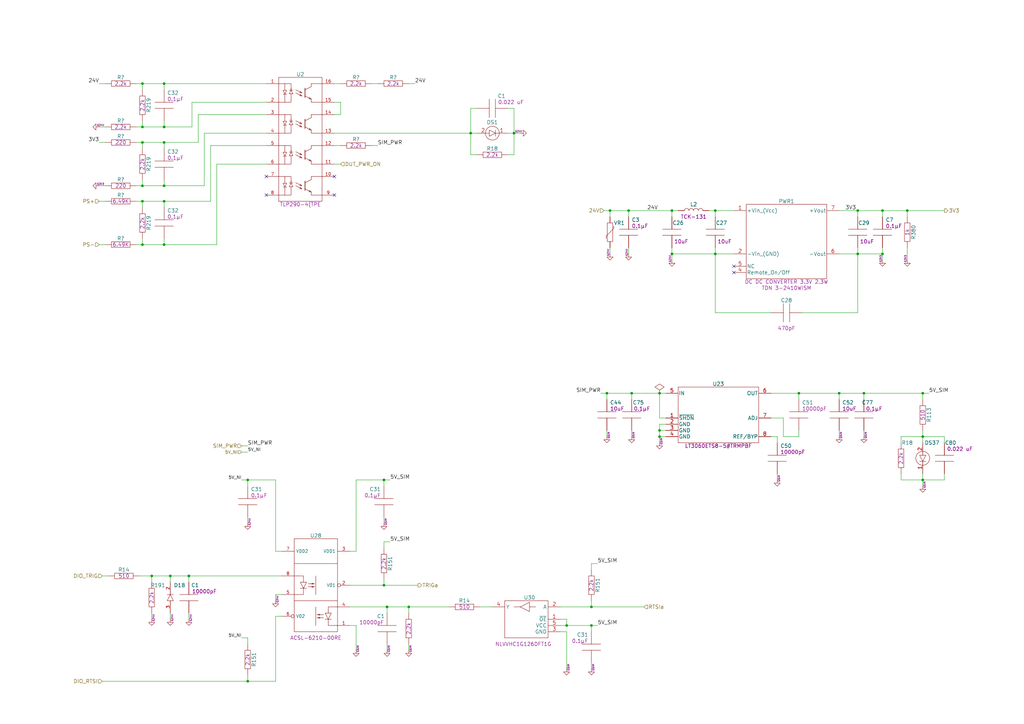
<source format=kicad_sch>
(kicad_sch (version 20230819) (generator eeschema)
  (paper "A3")
  (title_block (title "EOL ECU MIX CARD") (date "2023-09-26") (rev "0C") (company "ARXTRON TECHNOLOGIES") (comment 1 "A0180-V0") (comment 2 "PRJ22180") (comment 3 "EOL ECU RCM8 RCM9") (comment 4 "ANTON TOKARSKYI"))
  (junction (at 157.48 196.85))
  (junction (at 69.85 236.22))
  (junction (at 77.47 236.22))
  (junction (at 58.42 58.42))
  (junction (at 67.31 100.33))
  (junction (at 250.19 86.36))
  (junction (at 101.6 279.4))
  (junction (at 67.31 76.2))
  (junction (at 378.46 196.85))
  (junction (at 270.51 179.07))
  (junction (at 259.08 161.29))
  (junction (at 58.42 76.2))
  (junction (at 58.42 82.55))
  (junction (at 67.31 58.42))
  (junction (at 378.46 161.29))
  (junction (at 270.51 176.53))
  (junction (at 62.23 236.22))
  (junction (at 67.31 52.07))
  (junction (at 275.59 86.36))
  (junction (at 351.79 86.36))
  (junction (at 157.48 240.03))
  (junction (at 293.37 86.36))
  (junction (at 58.42 34.29))
  (junction (at 344.17 161.29))
  (junction (at 210.82 54.61))
  (junction (at 248.92 161.29))
  (junction (at 270.51 161.29))
  (junction (at 372.11 86.36))
  (junction (at 242.57 256.54))
  (junction (at 327.66 161.29))
  (junction (at 293.37 104.14))
  (junction (at 275.59 104.14))
  (junction (at 378.46 179.07))
  (junction (at 158.75 248.92))
  (junction (at 101.6 196.85))
  (junction (at 361.95 104.14))
  (junction (at 193.04 54.61))
  (junction (at 232.41 256.54))
  (junction (at 351.79 104.14))
  (junction (at 361.95 86.36))
  (junction (at 58.42 52.07))
  (junction (at 257.81 86.36))
  (junction (at 67.31 34.29))
  (junction (at 67.31 82.55))
  (junction (at 354.33 161.29))
  (junction (at 242.57 248.92))
  (junction (at 58.42 100.33))
  (junction (at 167.64 248.92))
  (no_connect (at 109.22 72.39))
  (no_connect (at 300.99 111.76))
  (no_connect (at 137.16 80.01))
  (no_connect (at 137.16 72.39))
  (no_connect (at 109.22 80.01))
  (no_connect (at 300.99 109.22))
  (wire (pts (xy 157.48 196.85) (xy 157.48 199.39)))
  (wire (pts (xy 67.31 52.07) (xy 78.74 52.07)))
  (wire (pts (xy 328.93 128.27) (xy 351.79 128.27)))
  (wire (pts (xy 293.37 101.6) (xy 293.37 104.14)))
  (wire (pts (xy 273.05 171.45) (xy 270.51 171.45)))
  (wire (pts (xy 351.79 128.27) (xy 351.79 104.14)))
  (wire (pts (xy 208.28 54.61) (xy 210.82 54.61)))
  (wire (pts (xy 113.03 252.73) (xy 115.57 252.73)))
  (wire (pts (xy 40.64 100.33) (xy 43.18 100.33)))
  (wire (pts (xy 81.28 58.42) (xy 81.28 46.99)))
  (wire (pts (xy 275.59 106.68) (xy 275.59 104.14)))
  (wire (pts (xy 293.37 88.9) (xy 293.37 86.36)))
  (wire (pts (xy 273.05 173.99) (xy 270.51 173.99)))
  (wire (pts (xy 372.11 88.9) (xy 372.11 86.36)))
  (wire (pts (xy 344.17 161.29) (xy 354.33 161.29)))
  (wire (pts (xy 157.48 222.25) (xy 160.02 222.25)))
  (wire (pts (xy 55.88 58.42) (xy 58.42 58.42)))
  (wire (pts (xy 69.85 251.46) (xy 69.85 254)))
  (wire (pts (xy 378.46 161.29) (xy 381 161.29)))
  (wire (pts (xy 113.03 226.06) (xy 115.57 226.06)))
  (wire (pts (xy 208.28 44.45) (xy 210.82 44.45)))
  (wire (pts (xy 78.74 41.91) (xy 109.22 41.91)))
  (wire (pts (xy 67.31 100.33) (xy 88.9 100.33)))
  (wire (pts (xy 372.11 86.36) (xy 387.35 86.36)))
  (wire (pts (xy 157.48 240.03) (xy 171.45 240.03)))
  (wire (pts (xy 101.6 276.86) (xy 101.6 279.4)))
  (wire (pts (xy 275.59 88.9) (xy 275.59 86.36)))
  (wire (pts (xy 275.59 104.14) (xy 275.59 101.6)))
  (wire (pts (xy 137.16 46.99) (xy 139.7 46.99)))
  (wire (pts (xy 293.37 104.14) (xy 275.59 104.14)))
  (wire (pts (xy 344.17 86.36) (xy 351.79 86.36)))
  (wire (pts (xy 99.06 261.62) (xy 101.6 261.62)))
  (wire (pts (xy 327.66 179.07) (xy 327.66 176.53)))
  (wire (pts (xy 58.42 60.96) (xy 58.42 58.42)))
  (wire (pts (xy 229.87 259.08) (xy 232.41 259.08)))
  (wire (pts (xy 242.57 246.38) (xy 242.57 248.92)))
  (wire (pts (xy 248.92 161.29) (xy 248.92 163.83)))
  (wire (pts (xy 67.31 58.42) (xy 81.28 58.42)))
  (wire (pts (xy 327.66 161.29) (xy 327.66 163.83)))
  (wire (pts (xy 58.42 36.83) (xy 58.42 34.29)))
  (wire (pts (xy 354.33 161.29) (xy 378.46 161.29)))
  (wire (pts (xy 158.75 248.92) (xy 158.75 251.46)))
  (wire (pts (xy 67.31 85.09) (xy 67.31 82.55)))
  (wire (pts (xy 378.46 196.85) (xy 378.46 194.31)))
  (wire (pts (xy 158.75 248.92) (xy 143.51 248.92)))
  (wire (pts (xy 69.85 236.22) (xy 77.47 236.22)))
  (wire (pts (xy 270.51 176.53) (xy 270.51 179.07)))
  (wire (pts (xy 257.81 86.36) (xy 257.81 88.9)))
  (wire (pts (xy 387.35 196.85) (xy 387.35 194.31)))
  (wire (pts (xy 248.92 176.53) (xy 248.92 179.07)))
  (wire (pts (xy 318.77 194.31) (xy 318.77 196.85)))
  (wire (pts (xy 67.31 60.96) (xy 67.31 58.42)))
  (wire (pts (xy 143.51 256.54) (xy 146.05 256.54)))
  (wire (pts (xy 62.23 251.46) (xy 62.23 254)))
  (wire (pts (xy 246.38 161.29) (xy 248.92 161.29)))
  (wire (pts (xy 77.47 236.22) (xy 77.47 238.76)))
  (wire (pts (xy 167.64 248.92) (xy 184.15 248.92)))
  (wire (pts (xy 361.95 104.14) (xy 361.95 101.6)))
  (wire (pts (xy 242.57 231.14) (xy 242.57 233.68)))
  (wire (pts (xy 361.95 86.36) (xy 372.11 86.36)))
  (wire (pts (xy 293.37 128.27) (xy 316.23 128.27)))
  (wire (pts (xy 101.6 196.85) (xy 113.03 196.85)))
  (wire (pts (xy 242.57 256.54) (xy 242.57 259.08)))
  (wire (pts (xy 232.41 259.08) (xy 232.41 274.32)))
  (wire (pts (xy 378.46 176.53) (xy 378.46 179.07)))
  (wire (pts (xy 67.31 100.33) (xy 67.31 97.79)))
  (wire (pts (xy 316.23 171.45) (xy 321.31 171.45)))
  (wire (pts (xy 193.04 44.45) (xy 195.58 44.45)))
  (wire (pts (xy 101.6 261.62) (xy 101.6 264.16)))
  (wire (pts (xy 278.13 86.36) (xy 275.59 86.36)))
  (wire (pts (xy 40.64 82.55) (xy 43.18 82.55)))
  (wire (pts (xy 152.4 34.29) (xy 154.94 34.29)))
  (wire (pts (xy 378.46 161.29) (xy 378.46 163.83)))
  (wire (pts (xy 321.31 171.45) (xy 321.31 179.07)))
  (wire (pts (xy 58.42 58.42) (xy 67.31 58.42)))
  (wire (pts (xy 257.81 104.14) (xy 257.81 101.6)))
  (wire (pts (xy 259.08 161.29) (xy 270.51 161.29)))
  (wire (pts (xy 157.48 196.85) (xy 160.02 196.85)))
  (wire (pts (xy 58.42 76.2) (xy 67.31 76.2)))
  (wire (pts (xy 257.81 86.36) (xy 275.59 86.36)))
  (wire (pts (xy 354.33 161.29) (xy 354.33 163.83)))
  (wire (pts (xy 270.51 161.29) (xy 273.05 161.29)))
  (wire (pts (xy 146.05 226.06) (xy 143.51 226.06)))
  (wire (pts (xy 193.04 44.45) (xy 193.04 54.61)))
  (wire (pts (xy 259.08 161.29) (xy 259.08 163.83)))
  (wire (pts (xy 55.88 34.29) (xy 58.42 34.29)))
  (wire (pts (xy 318.77 179.07) (xy 318.77 181.61)))
  (wire (pts (xy 67.31 76.2) (xy 67.31 73.66)))
  (wire (pts (xy 99.06 185.42) (xy 101.6 185.42)))
  (wire (pts (xy 67.31 52.07) (xy 67.31 49.53)))
  (wire (pts (xy 378.46 179.07) (xy 369.57 179.07)))
  (wire (pts (xy 378.46 179.07) (xy 378.46 181.61)))
  (wire (pts (xy 67.31 34.29) (xy 109.22 34.29)))
  (wire (pts (xy 250.19 88.9) (xy 250.19 86.36)))
  (wire (pts (xy 101.6 279.4) (xy 113.03 279.4)))
  (wire (pts (xy 146.05 196.85) (xy 146.05 226.06)))
  (wire (pts (xy 157.48 237.49) (xy 157.48 240.03)))
  (wire (pts (xy 157.48 196.85) (xy 146.05 196.85)))
  (wire (pts (xy 361.95 86.36) (xy 361.95 88.9)))
  (wire (pts (xy 40.64 76.2) (xy 43.18 76.2)))
  (wire (pts (xy 67.31 82.55) (xy 86.36 82.55)))
  (wire (pts (xy 378.46 196.85) (xy 378.46 199.39)))
  (wire (pts (xy 259.08 176.53) (xy 259.08 179.07)))
  (wire (pts (xy 157.48 214.63) (xy 157.48 212.09)))
  (wire (pts (xy 300.99 104.14) (xy 293.37 104.14)))
  (wire (pts (xy 193.04 63.5) (xy 195.58 63.5)))
  (wire (pts (xy 158.75 264.16) (xy 158.75 266.7)))
  (wire (pts (xy 58.42 100.33) (xy 58.42 97.79)))
  (wire (pts (xy 232.41 256.54) (xy 242.57 256.54)))
  (wire (pts (xy 58.42 52.07) (xy 58.42 49.53)))
  (wire (pts (xy 270.51 171.45) (xy 270.51 161.29)))
  (wire (pts (xy 290.83 86.36) (xy 293.37 86.36)))
  (wire (pts (xy 58.42 76.2) (xy 58.42 73.66)))
  (wire (pts (xy 351.79 86.36) (xy 361.95 86.36)))
  (wire (pts (xy 41.91 279.4) (xy 101.6 279.4)))
  (wire (pts (xy 137.16 67.31) (xy 139.7 67.31)))
  (wire (pts (xy 137.16 54.61) (xy 193.04 54.61)))
  (wire (pts (xy 378.46 179.07) (xy 387.35 179.07)))
  (wire (pts (xy 77.47 251.46) (xy 77.47 254)))
  (wire (pts (xy 58.42 52.07) (xy 67.31 52.07)))
  (wire (pts (xy 250.19 104.14) (xy 250.19 101.6)))
  (wire (pts (xy 196.85 248.92) (xy 201.93 248.92)))
  (wire (pts (xy 67.31 76.2) (xy 83.82 76.2)))
  (wire (pts (xy 113.03 196.85) (xy 113.03 226.06)))
  (wire (pts (xy 210.82 54.61) (xy 210.82 63.5)))
  (wire (pts (xy 77.47 236.22) (xy 115.57 236.22)))
  (wire (pts (xy 40.64 58.42) (xy 43.18 58.42)))
  (wire (pts (xy 248.92 161.29) (xy 259.08 161.29)))
  (wire (pts (xy 193.04 54.61) (xy 193.04 63.5)))
  (wire (pts (xy 83.82 76.2) (xy 83.82 54.61)))
  (wire (pts (xy 62.23 238.76) (xy 62.23 236.22)))
  (wire (pts (xy 113.03 279.4) (xy 113.03 252.73)))
  (wire (pts (xy 270.51 176.53) (xy 273.05 176.53)))
  (wire (pts (xy 270.51 173.99) (xy 270.51 176.53)))
  (wire (pts (xy 101.6 214.63) (xy 101.6 212.09)))
  (wire (pts (xy 300.99 86.36) (xy 293.37 86.36)))
  (wire (pts (xy 387.35 179.07) (xy 387.35 181.61)))
  (wire (pts (xy 316.23 179.07) (xy 318.77 179.07)))
  (wire (pts (xy 369.57 196.85) (xy 369.57 194.31)))
  (wire (pts (xy 344.17 104.14) (xy 351.79 104.14)))
  (wire (pts (xy 69.85 236.22) (xy 69.85 238.76)))
  (wire (pts (xy 361.95 106.68) (xy 361.95 104.14)))
  (wire (pts (xy 40.64 52.07) (xy 43.18 52.07)))
  (wire (pts (xy 167.64 34.29) (xy 170.18 34.29)))
  (wire (pts (xy 229.87 248.92) (xy 242.57 248.92)))
  (wire (pts (xy 351.79 104.14) (xy 361.95 104.14)))
  (wire (pts (xy 167.64 251.46) (xy 167.64 248.92)))
  (wire (pts (xy 58.42 85.09) (xy 58.42 82.55)))
  (wire (pts (xy 316.23 161.29) (xy 327.66 161.29)))
  (wire (pts (xy 327.66 161.29) (xy 344.17 161.29)))
  (wire (pts (xy 88.9 67.31) (xy 109.22 67.31)))
  (wire (pts (xy 86.36 59.69) (xy 109.22 59.69)))
  (wire (pts (xy 55.88 76.2) (xy 58.42 76.2)))
  (wire (pts (xy 58.42 34.29) (xy 67.31 34.29)))
  (wire (pts (xy 242.57 231.14) (xy 245.11 231.14)))
  (wire (pts (xy 321.31 179.07) (xy 327.66 179.07)))
  (wire (pts (xy 210.82 63.5) (xy 208.28 63.5)))
  (wire (pts (xy 229.87 256.54) (xy 232.41 256.54)))
  (wire (pts (xy 57.15 236.22) (xy 62.23 236.22)))
  (wire (pts (xy 210.82 54.61) (xy 213.36 54.61)))
  (wire (pts (xy 293.37 128.27) (xy 293.37 104.14)))
  (wire (pts (xy 101.6 196.85) (xy 101.6 199.39)))
  (wire (pts (xy 143.51 240.03) (xy 157.48 240.03)))
  (wire (pts (xy 40.64 34.29) (xy 43.18 34.29)))
  (wire (pts (xy 344.17 161.29) (xy 344.17 163.83)))
  (wire (pts (xy 270.51 179.07) (xy 270.51 181.61)))
  (wire (pts (xy 146.05 256.54) (xy 146.05 266.7)))
  (wire (pts (xy 152.4 59.69) (xy 154.94 59.69)))
  (wire (pts (xy 137.16 59.69) (xy 139.7 59.69)))
  (wire (pts (xy 58.42 82.55) (xy 67.31 82.55)))
  (wire (pts (xy 351.79 88.9) (xy 351.79 86.36)))
  (wire (pts (xy 88.9 100.33) (xy 88.9 67.31)))
  (wire (pts (xy 167.64 264.16) (xy 167.64 266.7)))
  (wire (pts (xy 344.17 176.53) (xy 344.17 179.07)))
  (wire (pts (xy 137.16 41.91) (xy 139.7 41.91)))
  (wire (pts (xy 78.74 52.07) (xy 78.74 41.91)))
  (wire (pts (xy 55.88 82.55) (xy 58.42 82.55)))
  (wire (pts (xy 354.33 176.53) (xy 354.33 179.07)))
  (wire (pts (xy 41.91 236.22) (xy 44.45 236.22)))
  (wire (pts (xy 250.19 86.36) (xy 257.81 86.36)))
  (wire (pts (xy 232.41 254) (xy 232.41 256.54)))
  (wire (pts (xy 62.23 236.22) (xy 69.85 236.22)))
  (wire (pts (xy 378.46 196.85) (xy 387.35 196.85)))
  (wire (pts (xy 247.65 86.36) (xy 250.19 86.36)))
  (wire (pts (xy 101.6 182.88) (xy 99.06 182.88)))
  (wire (pts (xy 101.6 196.85) (xy 99.06 196.85)))
  (wire (pts (xy 193.04 54.61) (xy 195.58 54.61)))
  (wire (pts (xy 86.36 82.55) (xy 86.36 59.69)))
  (wire (pts (xy 372.11 106.68) (xy 372.11 101.6)))
  (wire (pts (xy 67.31 36.83) (xy 67.31 34.29)))
  (wire (pts (xy 113.03 243.84) (xy 113.03 246.38)))
  (wire (pts (xy 139.7 41.91) (xy 139.7 46.99)))
  (wire (pts (xy 242.57 274.32) (xy 242.57 271.78)))
  (wire (pts (xy 351.79 101.6) (xy 351.79 104.14)))
  (wire (pts (xy 242.57 248.92) (xy 264.16 248.92)))
  (wire (pts (xy 210.82 44.45) (xy 210.82 54.61)))
  (wire (pts (xy 369.57 179.07) (xy 369.57 181.61)))
  (wire (pts (xy 137.16 34.29) (xy 139.7 34.29)))
  (wire (pts (xy 55.88 100.33) (xy 58.42 100.33)))
  (wire (pts (xy 242.57 256.54) (xy 245.11 256.54)))
  (wire (pts (xy 81.28 46.99) (xy 109.22 46.99)))
  (wire (pts (xy 229.87 254) (xy 232.41 254)))
  (wire (pts (xy 83.82 54.61) (xy 109.22 54.61)))
  (wire (pts (xy 157.48 222.25) (xy 157.48 224.79)))
  (wire (pts (xy 378.46 196.85) (xy 369.57 196.85)))
  (wire (pts (xy 55.88 52.07) (xy 58.42 52.07)))
  (wire (pts (xy 270.51 179.07) (xy 273.05 179.07)))
  (wire (pts (xy 113.03 243.84) (xy 115.57 243.84)))
  (wire (pts (xy 158.75 248.92) (xy 167.64 248.92)))
  (wire (pts (xy 58.42 100.33) (xy 67.31 100.33)))
  (label "5V_NI" (at 99.06 261.62 180))
  (label "5V_SIM" (at 381 161.29 0) (effects (font (size 1.524 1.524))))
  (label "5V_SIM" (at 160.02 196.85 0) (effects (font (size 1.524 1.524))))
  (label "24V" (at 170.18 34.29 0) (effects (font (size 1.524 1.524))))
  (label "5V_SIM" (at 160.02 222.25 0) (effects (font (size 1.524 1.524))))
  (label "5V_NI" (at 101.6 185.42 0))
  (label "SIM_PWR" (at 154.94 59.69 0) (effects (font (size 1.524 1.524))))
  (label "5V_SIM" (at 245.11 231.14 0) (effects (font (size 1.524 1.524))))
  (label "5V_NI" (at 99.06 196.85 180))
  (label "SIM_PWR" (at 246.38 161.29 180) (effects (font (size 1.524 1.524))))
  (label "24V" (at 265.43 86.36 0) (effects (font (size 1.524 1.524))))
  (label "3V3" (at 40.64 58.42 180) (effects (font (size 1.524 1.524))))
  (label "SIM_PWR" (at 101.6 182.88 0) (effects (font (size 1.524 1.524))))
  (label "5V_SIM" (at 245.11 256.54 0) (effects (font (size 1.524 1.524))))
  (label "3V3" (at 346.71 86.36 0) (effects (font (size 1.524 1.524))))
  (label "24V" (at 40.64 34.29 180) (effects (font (size 1.524 1.524))))
  (hierarchical_label "DIO_RTSI" (shape input) (at 41.91 279.4 180) (effects (font (size 1.524 1.524))))
  (hierarchical_label "SIM_PWR" (shape input) (at 99.06 182.88 180) (effects (font (size 1.524 1.524))))
  (hierarchical_label "PS-" (shape input) (at 40.64 100.33 180) (effects (font (size 1.524 1.524))))
  (hierarchical_label "24V" (shape input) (at 247.65 86.36 180) (effects (font (size 1.524 1.524))))
  (hierarchical_label "RTSIa" (shape input) (at 264.16 248.92 0) (effects (font (size 1.524 1.524))))
  (hierarchical_label "3V3" (shape output) (at 387.35 86.36 0) (effects (font (size 1.524 1.524))))
  (hierarchical_label "PS+" (shape input) (at 40.64 82.55 180) (effects (font (size 1.524 1.524))))
  (hierarchical_label "DIO_TRIG" (shape input) (at 41.91 236.22 180) (effects (font (size 1.524 1.524))))
  (hierarchical_label "TRIGa" (shape output) (at 171.45 240.03 0) (effects (font (size 1.524 1.524))))
  (hierarchical_label "5V_NI" (shape input) (at 99.06 185.42 180))
  (hierarchical_label "DUT_PWR_ON" (shape input) (at 139.7 67.31 0) (effects (font (size 1.524 1.524))))
  (symbol (lib_id "Resistor_Yageo:RC1206FR-071KL") (at 372.11 95.25 270) (unit 1)
    (property "Reference" "R380" (at 374.65 95.25 0) (effects (font (size 1.524 1.524))))
    (property "Value" "RC1206FR-071KL" (effects hide))
    (property "Footprint" "Resistor_Yageo_RC:RESC3116X65N" (effects hide))
    (property "Description" "RES SMD 1K OHM 1% 1/4W 1206" (effects hide))
    (property "SupplierDevicePackage" "R1206" (effects hide))
    (property "ManufacturerPartNumber" "RC1206FR-071KL" (effects hide))
    (property "Supplier" "Digi-Key" (effects hide))
    (property "Power" "1/4W" (effects hide))
    (property "Nominal" "1k" (at 372.11 95.25 0) (effects (font (size 1.524 1.524))))
    (property "Manufacturer" "Yageo" (effects hide))
    (property "SupplierPartNumber" "311-1.00KFRCT-ND" (effects hide))
  )
  (symbol (lib_id "_power_symbol:GND_3V3") (at 372.11 106.68 0) (unit 1)
    (property "Reference" "#PWR0243" (effects hide))
    (property "Value" "GNDD" (effects hide))
    (property "ShortName" "G3V3" (at 371.348 106.045 90) (effects (font (size 0.762 0.762))))
  )
  (symbol (lib_id "_power_symbol:GND_3V3") (at 40.64 76.2 270) (unit 1)
    (property "Reference" "#PWR0244" (effects hide))
    (property "Value" "GNDD" (effects hide))
    (property "ShortName" "G3V3" (at 41.275 75.438 90) (effects (font (size 0.762 0.762))))
  )
  (symbol (lib_id "Traco:TDN_3-2410WISM") (at 322.58 114.3 0) (unit 1)
    (property "Reference" "PWR1" (at 322.58 82.55 0) (effects (font (size 1.524 1.524))))
    (property "Value" "TDN_3-2410WISM" (effects hide))
    (property "Footprint" "_Traco:TRACO_TDN_3WISM" (effects hide))
    (property "Description" "DC DC CONVERTER 3.3V 2.3W" (at 322.58 115.57 0) (effects (font (size 1.524 1.524))))
    (property "SupplierDevicePackage" "7-SMD Module 6 Leads" (effects hide))
    (property "SupllierPartNumber" "TDN3-2410WISM-ND" (effects hide))
    (property "Supplier" "Digi-Key" (effects hide))
    (property "ManufacturerPartNumber" "TDN 3-2410WISM" (at 322.58 118.11 0) (effects (font (size 1.524 1.524))))
    (property "Manufacturer" "Traco Power" (effects hide))
    (property "SupplierPartNumber" "TDN3-2410WISM-ND" (effects hide))
  )
  (symbol (lib_id "Traco:TCK-131") (at 284.48 86.36 0) (unit 1)
    (property "Reference" "L2" (at 284.48 83.82 0) (effects (font (size 1.524 1.524))))
    (property "Value" "TCK-131" (effects hide))
    (property "Footprint" "_Traco:TRACO_TCK-131" (effects hide))
    (property "Description" "FIXED IND 15UH 850MA 235MOHM SMD" (effects hide))
    (property "SupplierDevicePackage" "0.177\" L x 0.157\" W (4.50mm x 4.00mm)" (effects hide))
    (property "SupllierPartNumber" "1951-1047-ND" (effects hide))
    (property "Supplier" "Digi-Key" (effects hide))
    (property "ManufacturerPartNumber" "TCK-131" (at 284.48 88.9 0) (effects (font (size 1.524 1.524))))
    (property "Manufacturer" "Traco Power" (effects hide))
    (property "SupplierPartNumber" "1951-1047-ND" (effects hide))
  )
  (symbol (lib_id "Capacitor_Samsung:CL32B106KBJNNWE") (at 275.59 95.25 270) (unit 1)
    (property "Reference" "C26" (at 278.13 91.44 90) (effects (font (size 1.524 1.524))))
    (property "Value" "CL32B106KBJNNWE" (effects hide))
    (property "Footprint" "Capacitor_Samsung:CAPC3225X280N" (effects hide))
    (property "Description" "CAP CER 10UF 50V X7R 1210" (effects hide))
    (property "Tolerance" "20%" (effects hide))
    (property "Nominal" "10uF" (at 279.4 99.06 90) (effects (font (size 1.524 1.524))))
    (property "SupplierDevicePackage" "C1210" (effects hide))
    (property "Voltage" "50V" (effects hide))
    (property "SupllierPartNumber" "1276-3387-1-ND" (effects hide))
    (property "Supplier" "Digi-Key" (effects hide))
    (property "ManufacturerPartNumber" "CL32B106KBJNNNE" (effects hide))
    (property "Manufacturer" "Samsung Electro-Mechanics America Inc." (effects hide))
    (property "Type" "X7R" (effects hide))
    (property "SupplierPartNumber" "1276-3387-1-ND" (effects hide))
  )
  (symbol (lib_id "Capacitor_Samsung:CL32B106KBJNNWE") (at 293.37 95.25 270) (unit 1)
    (property "Reference" "C27" (at 295.91 91.44 90) (effects (font (size 1.524 1.524))))
    (property "Value" "CL32B106KBJNNWE" (effects hide))
    (property "Footprint" "Capacitor_Samsung:CAPC3225X280N" (effects hide))
    (property "Description" "CAP CER 10UF 50V X7R 1210" (effects hide))
    (property "Tolerance" "20%" (effects hide))
    (property "Nominal" "10uF" (at 297.18 99.06 90) (effects (font (size 1.524 1.524))))
    (property "SupplierDevicePackage" "C1210" (effects hide))
    (property "Voltage" "50V" (effects hide))
    (property "SupllierPartNumber" "1276-3387-1-ND" (effects hide))
    (property "Supplier" "Digi-Key" (effects hide))
    (property "ManufacturerPartNumber" "CL32B106KBJNNNE" (effects hide))
    (property "Manufacturer" "Samsung Electro-Mechanics America Inc." (effects hide))
    (property "Type" "X7R" (effects hide))
    (property "SupplierPartNumber" "1276-3387-1-ND" (effects hide))
  )
  (symbol (lib_id "Capacitor_Samsung:CL32B106KBJNNWE") (at 351.79 95.25 270) (unit 1)
    (property "Reference" "C29" (at 354.33 91.44 90) (effects (font (size 1.524 1.524))))
    (property "Value" "CL32B106KBJNNWE" (effects hide))
    (property "Footprint" "Capacitor_Samsung:CAPC3225X280N" (effects hide))
    (property "Description" "CAP CER 10UF 50V X7R 1210" (effects hide))
    (property "Tolerance" "20%" (effects hide))
    (property "Nominal" "10uF" (at 355.6 99.06 90) (effects (font (size 1.524 1.524))))
    (property "SupplierDevicePackage" "C1210" (effects hide))
    (property "Voltage" "50V" (effects hide))
    (property "SupllierPartNumber" "1276-3387-1-ND" (effects hide))
    (property "Supplier" "Digi-Key" (effects hide))
    (property "ManufacturerPartNumber" "CL32B106KBJNNNE" (effects hide))
    (property "Manufacturer" "Samsung Electro-Mechanics America Inc." (effects hide))
    (property "Type" "X7R" (effects hide))
    (property "SupplierPartNumber" "1276-3387-1-ND" (effects hide))
  )
  (symbol (lib_id "Capacitor_AVX:06035C104KAZ2A") (at 361.95 95.25 270) (unit 1)
    (property "Reference" "C7" (at 363.22 90.17 90) (effects (font (size 1.524 1.524)) (justify left)))
    (property "Value" "06035C104KAZ2A" (effects hide))
    (property "Footprint" "Capacitor_AVX:CAPC1608X90N" (effects hide))
    (property "Description" "CAP CER 0.1UF 50V X7R 0603" (effects hide))
    (property "Tolerance" "±10%" (effects hide))
    (property "Nominal" "0.1µF" (at 363.22 92.71 90) (effects (font (size 1.524 1.524)) (justify left)))
    (property "SupplierDevicePackage" "C0603" (effects hide))
    (property "Voltage" "50V" (effects hide))
    (property "SupllierPartNumber" "478-3352-1-ND" (effects hide))
    (property "Supplier" "Digi-Key" (effects hide))
    (property "ManufacturerPartNumber" "06035C104KAZ2A" (effects hide))
    (property "Manufacturer" "AVX Corporation" (effects hide))
    (property "Type" "X7R" (effects hide))
    (property "SupplierPartNumber" "478-3540-1-ND" (effects hide))
  )
  (symbol (lib_id "Capacitor_AVX:1808HC471KAT2A") (at 322.58 128.27 0) (unit 1)
    (property "Reference" "C28" (at 322.58 123.19 0) (effects (font (size 1.524 1.524))))
    (property "Value" "1808HC471KAT2A" (effects hide))
    (property "Footprint" "Capacitor_AVX:CAPC4520X102N" (effects hide))
    (property "Description" "CAP CER 470PF 3KV X7R 1808" (effects hide))
    (property "Tolerance" "10%" (effects hide))
    (property "Nominal" "470pF" (at 322.58 134.62 0) (effects (font (size 1.524 1.524))))
    (property "SupplierDevicePackage" "C4520" (effects hide))
    (property "Voltage" "3KV" (effects hide))
    (property "SupllierPartNumber" "478-7476-1-ND" (effects hide))
    (property "Supplier" "Digi-Key" (effects hide))
    (property "ManufacturerPartNumber" "1808HC471KAT2A" (effects hide))
    (property "Manufacturer" "AVX Corporation" (effects hide))
    (property "Type" "X7R" (effects hide))
    (property "SupplierPartNumber" "478-7476-1-ND" (effects hide))
  )
  (symbol (lib_id "_power_symbol:GND_3V3") (at 361.95 106.68 0) (unit 1)
    (property "Reference" "#PWR062" (effects hide))
    (property "Value" "GNDD" (effects hide))
    (property "ShortName" "G3V3" (at 361.188 106.045 90) (effects (font (size 0.762 0.762))))
  )
  (symbol (lib_id "_power_symbol:GND_24V") (at 275.59 106.68 0) (unit 1)
    (property "Reference" "#PWR066" (effects hide))
    (property "Value" "GND_24V" (effects hide))
    (property "Name" "GND_24V" (effects hide))
    (property "ShortName" "G24V" (at 274.828 106.045 90) (effects (font (size 0.762 0.762))))
  )
  (symbol (lib_id "Capacitor_AVX:06035C104KAZ2A") (at 67.31 91.44 270) (unit 1)
    (property "Reference" "C32" (at 68.58 86.36 90) (effects (font (size 1.524 1.524)) (justify left)))
    (property "Value" "06035C104KAZ2A" (effects hide))
    (property "Footprint" "Capacitor_AVX:CAPC1608X90N" (effects hide))
    (property "Description" "CAP CER 0.1UF 50V X7R 0603" (effects hide))
    (property "Tolerance" "±10%" (effects hide))
    (property "Nominal" "0.1µF" (at 68.58 88.9 90) (effects (font (size 1.524 1.524)) (justify left)))
    (property "SupplierDevicePackage" "C0603" (effects hide))
    (property "Voltage" "50V" (effects hide))
    (property "SupllierPartNumber" "478-3352-1-ND" (effects hide))
    (property "Supplier" "Digi-Key" (effects hide))
    (property "ManufacturerPartNumber" "06035C104KAZ2A" (effects hide))
    (property "Manufacturer" "AVX Corporation" (effects hide))
    (property "Type" "X7R" (effects hide))
    (property "SupplierPartNumber" "478-3540-1-ND" (effects hide))
    (instances (project "A0180_eol_ecu_mix" (path "" (reference "C32") (unit 1)) (path "" (reference "C6") (unit 1))))
  )
  (symbol (lib_id "Resistor_Yageo:RC0603JR-072K2L") (at 49.53 34.29 0) (unit 1)
    (property "Reference" "R?" (at 49.53 31.75 0) (effects (font (size 1.524 1.524))))
    (property "Value" "RC0603JR-072K2L" (effects hide))
    (property "Footprint" "Resistor_Yageo_RC:RESC1608X65N" (effects hide))
    (property "Description" "RES SMD 2.2K OHM 5% 1/10W 0603" (effects hide))
    (property "Nominal" "2.2k" (at 49.53 34.29 0) (effects (font (size 1.524 1.524))))
    (property "Power" "1/10W" (effects hide))
    (property "Supplier" "Digi-Key" (effects hide))
    (property "ManufacturerPartNumber" "RC0603JR-072K2L" (effects hide))
    (property "SupplierDevicePackage" "R0603" (effects hide))
    (property "SupplierPartNumber" "311-2.2KGRCT-ND" (effects hide))
    (property "Manufacturer" "Yageo" (effects hide))
    (property "Tolerance" "5%" (effects hide))
    (instances (project "A0180_eol_ecu_mix" (path "" (reference "R?") (unit 1)) (path "" (reference "R?") (unit 1)) (path "" (reference "R203") (unit 1)) (path "" (reference "R6") (unit 1))))
  )
  (symbol (lib_id "Nexperia:BAS28") (at 69.85 245.11 270) (mirror x) (unit 2)
    (property "Reference" "D1" (at 73.66 240.03 90) (effects (font (size 1.524 1.524))))
    (property "Value" "BAS28" (effects hide))
    (property "Footprint" "_Nexperia:SOT143-4P190_230X110L30X43" (effects hide))
    (property "Description" "DIODE ARRAY GP 75V 215MA SOT143B" (effects hide))
    (property "Supplier" "Digi-Key" (effects hide))
    (property "Manufacturer" "Nexperia USA Inc." (effects hide))
    (property "SupplierDevicePackage" "SOT-143B" (effects hide))
    (property "ManufacturerPartNumber" "BAS28" (effects hide))
    (property "SupplierPartNumber" "1727-6375-2-ND" (effects hide))
  )
  (symbol (lib_id "_power_symbol:GND_SIM") (at 146.05 266.7 0) (mirror y) (unit 1)
    (property "Reference" "#PWR0151" (effects hide))
    (property "Value" "GND_SIGNAL" (effects hide))
    (property "Name" "GND_SIM" (effects hide))
    (property "ShortName" "GSIM\n" (at 146.812 266.065 90) (effects (font (size 0.762 0.762))))
    (instances (project "A0176_eol_ecu_backplane" (path "" (reference "#PWR0151") (unit 1)) (path "" (reference "#PWR0160") (unit 1)) (path "" (reference "#PWR0181") (unit 1)) (path "" (reference "#PWR0139") (unit 1)) (path "" (reference "#PWR0478") (unit 1)) (path "" (reference "#PWR0497") (unit 1)) (path "" (reference "#PWR0513") (unit 1)) (path "" (reference "#PWR0529") (unit 1)) (path "" (reference "#PWR0545") (unit 1)) (path "" (reference "#PWR0561") (unit 1)) (path "" (reference "#PWR0577") (unit 1)) (path "" (reference "#PWR0593") (unit 1)) (path "" (reference "#PWR0609") (unit 1)) (path "" (reference "#PWR0625") (unit 1)) (path "" (reference "#PWR0641") (unit 1)) (path "" (reference "#PWR0657") (unit 1)) (path "" (reference "#PWR0673") (unit 1))) (project "A0180_eol_ecu_mix" (path "" (reference "#PWR0262") (unit 1)) (path "" (reference "#PWR0296") (unit 1))))
  )
  (symbol (lib_id "Resistor_Yageo:RC0603JR-072K2L") (at 62.23 245.11 270) (unit 1)
    (property "Reference" "R191" (at 64.77 240.03 90) (effects (font (size 1.524 1.524))))
    (property "Value" "RC0603JR-072K2L" (effects hide))
    (property "Footprint" "Resistor_Yageo_RC:RESC1608X65N" (effects hide))
    (property "Description" "RES SMD 2.2K OHM 5% 1/10W 0603" (effects hide))
    (property "Tolerance" "5%" (effects hide))
    (property "Nominal" "2.2k" (at 62.23 245.11 0) (effects (font (size 1.524 1.524))))
    (property "Power" "1/10W" (effects hide))
    (property "Supplier" "Digi-Key" (effects hide))
    (property "ManufacturerPartNumber" "RC0603JR-072K2L" (effects hide))
    (property "SupplierDevicePackage" "R0603" (effects hide))
    (property "SupllierPartNumber" "311-2.2KERCT-ND" (effects hide))
    (property "Manufacturer" "Yageo" (effects hide))
    (property "SupplierPartNumber" "311-2.2KGRCT-ND" (effects hide))
    (instances (project "A0180_eol_ecu_mix" (path "" (reference "R191") (unit 1)) (path "" (reference "R149") (unit 1)) (path "" (reference "R149") (unit 1))))
  )
  (symbol (lib_id "Resistor_Yageo:RC0603JR-072K2L") (at 49.53 52.07 0) (unit 1)
    (property "Reference" "R?" (at 49.53 49.53 0) (effects (font (size 1.524 1.524))))
    (property "Value" "RC0603JR-072K2L" (effects hide))
    (property "Footprint" "Resistor_Yageo_RC:RESC1608X65N" (effects hide))
    (property "Description" "RES SMD 2.2K OHM 5% 1/10W 0603" (effects hide))
    (property "Nominal" "2.2k" (at 49.53 52.07 0) (effects (font (size 1.524 1.524))))
    (property "Power" "1/10W" (effects hide))
    (property "Supplier" "Digi-Key" (effects hide))
    (property "ManufacturerPartNumber" "RC0603JR-072K2L" (effects hide))
    (property "SupplierDevicePackage" "R0603" (effects hide))
    (property "SupplierPartNumber" "311-2.2KGRCT-ND" (effects hide))
    (property "Manufacturer" "Yageo" (effects hide))
    (property "Tolerance" "5%" (effects hide))
    (instances (project "A0180_eol_ecu_mix" (path "" (reference "R?") (unit 1)) (path "" (reference "R?") (unit 1)) (path "" (reference "R204") (unit 1)) (path "" (reference "R141") (unit 1))))
  )
  (symbol (lib_id "Resistor_Yageo:RC0603FR-07510RL") (at 50.8 236.22 0) (unit 1)
    (property "Reference" "R14" (at 50.8 233.68 0) (effects (font (size 1.524 1.524))))
    (property "Value" "RC0603FR-07510RL" (effects hide))
    (property "Footprint" "Resistor_Yageo_RC:RESC1608X65N" (effects hide))
    (property "Description" "RES SMD 510 OHM 1% 1/10W 0603" (effects hide))
    (property "Power" "1/10W" (effects hide))
    (property "SupplierPartNumber" "311-510HRCT-ND" (effects hide))
    (property "Nominal" "510" (at 50.8 236.22 0) (effects (font (size 1.524 1.524))))
    (property "Supplier" "Digi-Key" (effects hide))
    (property "SupplierDevicePackage" "R0603" (effects hide))
    (property "ManufacturerPartNumber" "RC0603FR-07510RL" (effects hide))
    (property "Manufacturer" "Yageo" (effects hide))
  )
  (symbol (lib_id "_power_symbol:GND_SIM") (at 232.41 274.32 0) (mirror y) (unit 1)
    (property "Reference" "#PWR0151" (effects hide))
    (property "Value" "GND_SIGNAL" (effects hide))
    (property "Name" "GND_SIM" (effects hide))
    (property "ShortName" "GSIM\n" (at 233.172 273.685 90) (effects (font (size 0.762 0.762))))
    (instances (project "A0176_eol_ecu_backplane" (path "" (reference "#PWR0151") (unit 1)) (path "" (reference "#PWR0160") (unit 1)) (path "" (reference "#PWR0181") (unit 1)) (path "" (reference "#PWR0139") (unit 1)) (path "" (reference "#PWR0478") (unit 1)) (path "" (reference "#PWR0497") (unit 1)) (path "" (reference "#PWR0513") (unit 1)) (path "" (reference "#PWR0529") (unit 1)) (path "" (reference "#PWR0545") (unit 1)) (path "" (reference "#PWR0561") (unit 1)) (path "" (reference "#PWR0577") (unit 1)) (path "" (reference "#PWR0593") (unit 1)) (path "" (reference "#PWR0609") (unit 1)) (path "" (reference "#PWR0625") (unit 1)) (path "" (reference "#PWR0641") (unit 1)) (path "" (reference "#PWR0657") (unit 1)) (path "" (reference "#PWR0673") (unit 1))) (project "A0180_eol_ecu_mix" (path "" (reference "#PWR0262") (unit 1)) (path "" (reference "#PWR0298") (unit 1))))
  )
  (symbol (lib_id "LiteOnInc:LTST-C171KGKT") (at 378.46 187.96 270) (unit 1)
    (property "Reference" "DS37" (at 382.27 181.61 90) (effects (font (size 1.524 1.524))))
    (property "Value" "LTST-C171KGKT" (effects hide))
    (property "Footprint" "_LiteOnInc:LEDC2012X120N" (effects hide))
    (property "Description" "Green 571nm LED Indication - Discrete 2V 0805 (2012 Metric)" (effects hide))
    (property "SupplierPartNumber" "160-1426-1-ND" (effects hide))
    (property "Supplier" "Digi-Key" (effects hide))
    (property "ManufacturerPartNumber" "LTST-C171KGKT" (effects hide))
    (property "Voltage" "2V" (effects hide))
    (property "Size" "D0805" (effects hide))
    (property "Manufacturer" "Lite-On Inc" (effects hide))
    (instances (project "A0180_eol_ecu_mix" (path "" (reference "DS37") (unit 1)) (path "" (reference "DS38") (unit 1))))
  )
  (symbol (lib_id "OnSemiconductor:NLVVHC1G126DFT1G") (at 215.9 257.81 0) (mirror y) (unit 1)
    (property "Reference" "U30" (at 217.17 245.11 0) (effects (font (size 1.524 1.524))))
    (property "Value" "NLVVHC1G126DFT1G" (effects hide))
    (property "Footprint" "_OnSemiconductor:SOT65P210X110-5" (effects hide))
    (property "Description" "IC BUFFER NON-INVERT 5.5V SC88A" (effects hide))
    (property "SupplierDevicePackage" "	\n5-TSSOP" (effects hide))
    (property "SupplierPartNumber" "NLVVHC1G126DFT1GOSTR-ND" (effects hide))
    (property "Supplier" "Digi-Key" (effects hide))
    (property "ManufacturerPartNumber" "NLVVHC1G126DFT1G" (at 214.63 264.16 0) (effects (font (size 1.524 1.524))))
    (property "Manufacturer" "onsemi" (effects hide))
  )
  (symbol (lib_id "Capacitor_KEMET:C0603C103F3GACTU") (at 77.47 245.11 90) (unit 1)
    (property "Reference" "C1" (at 80.01 240.03 90) (effects (font (size 1.524 1.524))))
    (property "Value" "C0603C103F3GACTU" (effects hide))
    (property "Footprint" "Capacitor_KEMET_C0G:CAPC1608X92" (effects hide))
    (property "Description" "CAP CER 10000PF 25V C0G/NP0 0603" (effects hide))
    (property "Tolerance" "±1%" (effects hide))
    (property "Nominal" "10000pF" (at 83.82 242.57 90) (effects (font (size 1.524 1.524))))
    (property "SupplierDevicePackage" "C0603" (effects hide))
    (property "Voltage" "25V" (effects hide))
    (property "SupplierPartNumber" "399-8985-2-ND" (effects hide))
    (property "Supplier" "Digi-Key" (effects hide))
    (property "ManufacturerPartNumber" "C0603C103F3GACTU" (effects hide))
    (property "Manufacturer" "KEMET" (effects hide))
    (property "Type" "C0G" (effects hide))
  )
  (symbol (lib_id "Resistor_Yageo:RC0603JR-072K2L") (at 58.42 91.44 270) (unit 1)
    (property "Reference" "R219" (at 60.96 91.44 0) (effects (font (size 1.524 1.524))))
    (property "Value" "RC0603JR-072K2L" (effects hide))
    (property "Footprint" "Resistor_Yageo_RC:RESC1608X65N" (effects hide))
    (property "Description" "RES SMD 2.2K OHM 5% 1/10W 0603" (effects hide))
    (property "Tolerance" "5%" (effects hide))
    (property "Nominal" "2.2k" (at 58.42 91.44 0) (effects (font (size 1.524 1.524))))
    (property "Power" "1/10W" (effects hide))
    (property "Supplier" "Digi-Key" (effects hide))
    (property "ManufacturerPartNumber" "RC0603JR-072K2L" (effects hide))
    (property "SupplierDevicePackage" "R0603" (effects hide))
    (property "SupllierPartNumber" "311-2.2KERCT-ND" (effects hide))
    (property "Manufacturer" "Yageo" (effects hide))
    (property "SupplierPartNumber" "311-2.2KGRCT-ND" (effects hide))
    (instances (project "A0180_eol_ecu_mix" (path "" (reference "R219") (unit 1)) (path "" (reference "R155") (unit 1))))
  )
  (symbol (lib_id "_power_symbol:GND_24V") (at 250.19 104.14 0) (unit 1)
    (property "Reference" "#PWR022" (effects hide))
    (property "Value" "GND_24V" (effects hide))
    (property "Name" "GND_24V" (effects hide))
    (property "ShortName" "G24V" (at 249.428 103.505 90) (effects (font (size 0.762 0.762))))
    (instances (project "A0180_eol_ecu_mix" (path "" (reference "#PWR022") (unit 1)) (path "" (reference "#PWR09") (unit 1))))
  )
  (symbol (lib_id "_power_symbol:GND_SIM") (at 158.75 266.7 0) (mirror y) (unit 1)
    (property "Reference" "#PWR0151" (effects hide))
    (property "Value" "GND_SIGNAL" (effects hide))
    (property "Name" "GND_SIM" (effects hide))
    (property "ShortName" "GSIM\n" (at 159.512 266.065 90) (effects (font (size 0.762 0.762))))
    (instances (project "A0176_eol_ecu_backplane" (path "" (reference "#PWR0151") (unit 1)) (path "" (reference "#PWR0160") (unit 1)) (path "" (reference "#PWR0181") (unit 1)) (path "" (reference "#PWR0139") (unit 1)) (path "" (reference "#PWR0478") (unit 1)) (path "" (reference "#PWR0497") (unit 1)) (path "" (reference "#PWR0513") (unit 1)) (path "" (reference "#PWR0529") (unit 1)) (path "" (reference "#PWR0545") (unit 1)) (path "" (reference "#PWR0561") (unit 1)) (path "" (reference "#PWR0577") (unit 1)) (path "" (reference "#PWR0593") (unit 1)) (path "" (reference "#PWR0609") (unit 1)) (path "" (reference "#PWR0625") (unit 1)) (path "" (reference "#PWR0641") (unit 1)) (path "" (reference "#PWR0657") (unit 1)) (path "" (reference "#PWR0673") (unit 1))) (project "A0180_eol_ecu_mix" (path "" (reference "#PWR0262") (unit 1)) (path "" (reference "#PWR0295") (unit 1))))
  )
  (symbol (lib_id "_power_symbol:GND_SIM") (at 378.46 199.39 0) (mirror y) (unit 1)
    (property "Reference" "#PWR0151" (effects hide))
    (property "Value" "GND_SIGNAL" (effects hide))
    (property "Name" "GND_SIM" (effects hide))
    (property "ShortName" "GSIM\n" (at 379.222 198.755 90) (effects (font (size 0.762 0.762))))
    (instances (project "A0176_eol_ecu_backplane" (path "" (reference "#PWR0151") (unit 1)) (path "" (reference "#PWR0160") (unit 1)) (path "" (reference "#PWR0181") (unit 1)) (path "" (reference "#PWR0139") (unit 1)) (path "" (reference "#PWR0478") (unit 1)) (path "" (reference "#PWR0497") (unit 1)) (path "" (reference "#PWR0513") (unit 1)) (path "" (reference "#PWR0529") (unit 1)) (path "" (reference "#PWR0545") (unit 1)) (path "" (reference "#PWR0561") (unit 1)) (path "" (reference "#PWR0577") (unit 1)) (path "" (reference "#PWR0593") (unit 1)) (path "" (reference "#PWR0609") (unit 1)) (path "" (reference "#PWR0625") (unit 1)) (path "" (reference "#PWR0641") (unit 1)) (path "" (reference "#PWR0657") (unit 1)) (path "" (reference "#PWR0673") (unit 1))) (project "A0180_eol_ecu_mix" (path "" (reference "#PWR0262") (unit 1)) (path "" (reference "#PWR0289") (unit 1))))
  )
  (symbol (lib_id "Resistor_Yageo:RC0603JR-072K2L") (at 242.57 240.03 270) (mirror x) (unit 1)
    (property "Reference" "R151" (at 245.11 240.03 0) (effects (font (size 1.524 1.524))))
    (property "Value" "RC0603JR-072K2L" (effects hide))
    (property "Footprint" "Resistor_Yageo_RC:RESC1608X65N" (effects hide))
    (property "Description" "RES SMD 2.2K OHM 5% 1/10W 0603" (effects hide))
    (property "Power" "1/10W" (effects hide))
    (property "SupplierPartNumber" "311-2.2KGRCT-ND" (effects hide))
    (property "Nominal" "2.2k" (at 242.57 240.03 0) (effects (font (size 1.524 1.524))))
    (property "Tolerance" "5%" (effects hide))
    (property "Supplier" "Digi-Key" (effects hide))
    (property "SupplierDevicePackage" "R0603" (effects hide))
    (property "ManufacturerPartNumber" "RC0603JR-072K2L" (effects hide))
    (property "Manufacturer" "Yageo" (effects hide))
    (instances (project "A0180_eol_ecu_mix" (path "" (reference "R151") (unit 1)) (path "" (reference "R284") (unit 1))))
  )
  (symbol (lib_id "Resistor_Yageo:RC0603JR-072K2L") (at 167.64 257.81 90) (mirror x) (unit 1)
    (property "Reference" "R191" (effects hide))
    (property "Value" "RC0603JR-072K2L" (effects hide))
    (property "Footprint" "Resistor_Yageo_RC:RESC1608X65N" (effects hide))
    (property "Description" "RES SMD 2.2K OHM 5% 1/10W 0603" (effects hide))
    (property "Tolerance" "5%" (effects hide))
    (property "Nominal" "2.2k" (at 167.64 257.81 0) (effects (font (size 1.524 1.524))))
    (property "Power" "1/10W" (effects hide))
    (property "Supplier" "Digi-Key" (effects hide))
    (property "ManufacturerPartNumber" "RC0603JR-072K2L" (effects hide))
    (property "SupplierDevicePackage" "R0603" (effects hide))
    (property "SupllierPartNumber" "311-2.2KERCT-ND" (effects hide))
    (property "Manufacturer" "Yageo" (effects hide))
    (property "SupplierPartNumber" "311-2.2KGRCT-ND" (effects hide))
    (instances (project "A0180_eol_ecu_mix" (path "" (reference "R191") (unit 1)) (path "" (reference "R149") (unit 1)) (path "" (reference "R151") (unit 1))))
  )
  (symbol (lib_id "Capacitor_AVX:06035C104KAZ2A") (at 67.31 43.18 270) (unit 1)
    (property "Reference" "C32" (at 68.58 38.1 90) (effects (font (size 1.524 1.524)) (justify left)))
    (property "Value" "06035C104KAZ2A" (effects hide))
    (property "Footprint" "Capacitor_AVX:CAPC1608X90N" (effects hide))
    (property "Description" "CAP CER 0.1UF 50V X7R 0603" (effects hide))
    (property "Tolerance" "±10%" (effects hide))
    (property "Nominal" "0.1µF" (at 68.58 40.64 90) (effects (font (size 1.524 1.524)) (justify left)))
    (property "SupplierDevicePackage" "C0603" (effects hide))
    (property "Voltage" "50V" (effects hide))
    (property "SupllierPartNumber" "478-3352-1-ND" (effects hide))
    (property "Supplier" "Digi-Key" (effects hide))
    (property "ManufacturerPartNumber" "06035C104KAZ2A" (effects hide))
    (property "Manufacturer" "AVX Corporation" (effects hide))
    (property "Type" "X7R" (effects hide))
    (property "SupplierPartNumber" "478-3540-1-ND" (effects hide))
    (instances (project "A0180_eol_ecu_mix" (path "" (reference "C32") (unit 1)) (path "" (reference "C4") (unit 1))))
  )
  (symbol (lib_id "Resistor_Yageo:RC0603JR-072K2L") (at 101.6 270.51 270) (mirror x) (unit 1)
    (property "Reference" "R151" (at 104.14 270.51 0) (effects (font (size 1.524 1.524))))
    (property "Value" "RC0603JR-072K2L" (effects hide))
    (property "Footprint" "Resistor_Yageo_RC:RESC1608X65N" (effects hide))
    (property "Description" "RES SMD 2.2K OHM 5% 1/10W 0603" (effects hide))
    (property "Power" "1/10W" (effects hide))
    (property "SupplierPartNumber" "311-2.2KGRCT-ND" (effects hide))
    (property "Nominal" "2.2k" (at 101.6 270.51 0) (effects (font (size 1.524 1.524))))
    (property "Tolerance" "5%" (effects hide))
    (property "Supplier" "Digi-Key" (effects hide))
    (property "SupplierDevicePackage" "R0603" (effects hide))
    (property "ManufacturerPartNumber" "RC0603JR-072K2L" (effects hide))
    (property "Manufacturer" "Yageo" (effects hide))
    (instances (project "A0180_eol_ecu_mix" (path "" (reference "R151") (unit 1)) (path "" (reference "R148") (unit 1))))
  )
  (symbol (lib_id "Capacitor_KEMET:C0603C103F3GACTU") (at 158.75 257.81 270) (mirror x) (unit 1)
    (property "Reference" "C1" (at 156.21 252.73 90) (effects (font (size 1.524 1.524))))
    (property "Value" "C0603C103F3GACTU" (effects hide))
    (property "Footprint" "Capacitor_KEMET_C0G:CAPC1608X92" (effects hide))
    (property "Description" "CAP CER 10000PF 25V C0G/NP0 0603" (effects hide))
    (property "Tolerance" "±1%" (effects hide))
    (property "Nominal" "10000pF" (at 152.4 255.27 90) (effects (font (size 1.524 1.524))))
    (property "SupplierDevicePackage" "C0603" (effects hide))
    (property "Voltage" "25V" (effects hide))
    (property "SupplierPartNumber" "399-8985-2-ND" (effects hide))
    (property "Supplier" "Digi-Key" (effects hide))
    (property "ManufacturerPartNumber" "C0603C103F3GACTU" (effects hide))
    (property "Manufacturer" "KEMET" (effects hide))
    (property "Type" "C0G" (effects hide))
    (instances (project "A0180_eol_ecu_mix" (path "" (reference "C1") (unit 1)) (path "" (reference "C89") (unit 1))))
  )
  (symbol (lib_id "Capacitor_AVX:06035C104KAZ2A") (at 242.57 265.43 90) (mirror x) (unit 1)
    (property "Reference" "C31" (at 241.3 260.35 90) (effects (font (size 1.524 1.524)) (justify left)))
    (property "Value" "06035C104KAZ2A" (effects hide))
    (property "Footprint" "Capacitor_AVX:CAPC1608X90N" (effects hide))
    (property "Description" "CAP CER 0.1UF 50V X7R 0603" (effects hide))
    (property "Tolerance" "±10%" (effects hide))
    (property "Nominal" "0.1µF" (at 241.3 262.89 90) (effects (font (size 1.524 1.524)) (justify left)))
    (property "SupplierDevicePackage" "C0603" (effects hide))
    (property "Voltage" "50V" (effects hide))
    (property "SupplierPartNumber" "478-3540-1-ND" (effects hide))
    (property "Supplier" "Digi-Key" (effects hide))
    (property "ManufacturerPartNumber" "06035C104KAZ2A" (effects hide))
    (property "Manufacturer" "AVX Corporation" (effects hide))
    (property "Type" "X7R" (effects hide))
    (instances (project "A0180_eol_ecu_mix" (path "" (reference "C31") (unit 1)) (path "" (reference "C36") (unit 1)) (path "" (reference "C?") (unit 1)) (path "" (reference "C90") (unit 1))))
  )
  (symbol (lib_id "_power_symbol:GND_SIM") (at 270.51 181.61 0) (mirror y) (unit 1)
    (property "Reference" "#PWR0151" (effects hide))
    (property "Value" "GND_SIGNAL" (effects hide))
    (property "Name" "GND_SIM" (effects hide))
    (property "ShortName" "GSIM\n" (at 271.272 180.975 90) (effects (font (size 0.762 0.762))))
    (instances (project "A0176_eol_ecu_backplane" (path "" (reference "#PWR0151") (unit 1)) (path "" (reference "#PWR0160") (unit 1)) (path "" (reference "#PWR0181") (unit 1)) (path "" (reference "#PWR0139") (unit 1)) (path "" (reference "#PWR0478") (unit 1)) (path "" (reference "#PWR0497") (unit 1)) (path "" (reference "#PWR0513") (unit 1)) (path "" (reference "#PWR0529") (unit 1)) (path "" (reference "#PWR0545") (unit 1)) (path "" (reference "#PWR0561") (unit 1)) (path "" (reference "#PWR0577") (unit 1)) (path "" (reference "#PWR0593") (unit 1)) (path "" (reference "#PWR0609") (unit 1)) (path "" (reference "#PWR0625") (unit 1)) (path "" (reference "#PWR0641") (unit 1)) (path "" (reference "#PWR0657") (unit 1)) (path "" (reference "#PWR0673") (unit 1))) (project "A0180_eol_ecu_mix" (path "" (reference "#PWR0262") (unit 1)) (path "" (reference "#PWR0119") (unit 1))))
  )
  (symbol (lib_id "_power_symbol:GND_SIM") (at 157.48 214.63 0) (mirror y) (unit 1)
    (property "Reference" "#PWR0151" (effects hide))
    (property "Value" "GND_SIGNAL" (effects hide))
    (property "Name" "GND_SIM" (effects hide))
    (property "ShortName" "GSIM\n" (at 158.242 213.995 90) (effects (font (size 0.762 0.762))))
    (instances (project "A0176_eol_ecu_backplane" (path "" (reference "#PWR0151") (unit 1)) (path "" (reference "#PWR0160") (unit 1)) (path "" (reference "#PWR0181") (unit 1)) (path "" (reference "#PWR0139") (unit 1)) (path "" (reference "#PWR0478") (unit 1)) (path "" (reference "#PWR0497") (unit 1)) (path "" (reference "#PWR0513") (unit 1)) (path "" (reference "#PWR0529") (unit 1)) (path "" (reference "#PWR0545") (unit 1)) (path "" (reference "#PWR0561") (unit 1)) (path "" (reference "#PWR0577") (unit 1)) (path "" (reference "#PWR0593") (unit 1)) (path "" (reference "#PWR0609") (unit 1)) (path "" (reference "#PWR0625") (unit 1)) (path "" (reference "#PWR0641") (unit 1)) (path "" (reference "#PWR0657") (unit 1)) (path "" (reference "#PWR0673") (unit 1))) (project "A0180_eol_ecu_mix" (path "" (reference "#PWR0262") (unit 1)) (path "" (reference "#PWR0302") (unit 1))))
  )
  (symbol (lib_id "_power_symbol:GND_24V") (at 113.03 246.38 0) (mirror y) (unit 1)
    (property "Reference" "#PWR034" (effects hide))
    (property "Value" "GND_24V" (effects hide))
    (property "Name" "GND_24V" (effects hide))
    (property "ShortName" "G24V" (at 113.792 245.745 90) (effects (font (size 0.762 0.762))))
    (instances (project "A0180_eol_ecu_mix" (path "" (reference "#PWR034") (unit 1)) (path "" (reference "#PWR0301") (unit 1))))
  )
  (symbol (lib_id "Capacitor_Murata:GRM2195C1H103FA01D") (at 327.66 170.18 90) (unit 1)
    (property "Reference" "C51" (at 328.93 165.1 90) (effects (font (size 1.524 1.524)) (justify right)))
    (property "Value" "GRM2195C1H103FA01D" (effects hide))
    (property "Footprint" "Capacitor_Murata:CAPC2012X135N" (effects hide))
    (property "Description" "CAP CER 10000PF 50V C0G/NP0 0805" (effects hide))
    (property "Tolerance" "1%" (effects hide))
    (property "Nominal" "10000pF" (at 328.93 167.64 90) (effects (font (size 1.524 1.524)) (justify right)))
    (property "SupplierDevicePackage" "C0805" (effects hide))
    (property "Voltage" "50V" (effects hide))
    (property "SupplierPartNumber" "490-8295-2-ND" (effects hide))
    (property "Supplier" "Digi-Key" (effects hide))
    (property "ManufacturerPartNumber" "GRM2195C1H103FA01D" (effects hide))
    (property "Manufacturer" "Murata Electronics" (effects hide))
    (property "Type" "C0G" (effects hide))
    (instances (project "A0180_eol_ecu_mix" (path "" (reference "C51") (unit 1)) (path "" (reference "C85") (unit 1))))
  )
  (symbol (lib_id "Capacitor_AVX:06035C104KAZ2A") (at 67.31 67.31 270) (unit 1)
    (property "Reference" "C32" (at 68.58 62.23 90) (effects (font (size 1.524 1.524)) (justify left)))
    (property "Value" "06035C104KAZ2A" (effects hide))
    (property "Footprint" "Capacitor_AVX:CAPC1608X90N" (effects hide))
    (property "Description" "CAP CER 0.1UF 50V X7R 0603" (effects hide))
    (property "Tolerance" "±10%" (effects hide))
    (property "Nominal" "0.1µF" (at 68.58 64.77 90) (effects (font (size 1.524 1.524)) (justify left)))
    (property "SupplierDevicePackage" "C0603" (effects hide))
    (property "Voltage" "50V" (effects hide))
    (property "SupllierPartNumber" "478-3352-1-ND" (effects hide))
    (property "Supplier" "Digi-Key" (effects hide))
    (property "ManufacturerPartNumber" "06035C104KAZ2A" (effects hide))
    (property "Manufacturer" "AVX Corporation" (effects hide))
    (property "Type" "X7R" (effects hide))
    (property "SupplierPartNumber" "478-3540-1-ND" (effects hide))
    (instances (project "A0180_eol_ecu_mix" (path "" (reference "C32") (unit 1)) (path "" (reference "C5") (unit 1))))
  )
  (symbol (lib_id "Dialight:597-3308-202F") (at 201.93 54.61 0) (unit 1)
    (property "Reference" "DS1" (at 201.93 50.165 0) (effects (font (size 1.524 1.524))))
    (property "Value" "597-3308-202F" (effects hide))
    (property "Footprint" "_Dialight:LEDM3527X190" (effects hide))
    (property "Description" "LED GREEN CLEAR 2PLCC SMD 2MA" (effects hide))
    (property "Supplier" "Digi-Key" (effects hide))
    (property "ManufacturerPartNumber" "597-3308-202F" (effects hide))
    (property "Size" "2-PLCC" (effects hide))
    (property "Manufacturer" "Dialight" (effects hide))
  )
  (symbol (lib_id "_power_symbol:GND_24V") (at 69.85 254 0) (mirror y) (unit 1)
    (property "Reference" "#PWR034" (effects hide))
    (property "Value" "GND_24V" (effects hide))
    (property "Name" "GND_24V" (effects hide))
    (property "ShortName" "G24V" (at 70.612 253.365 90) (effects (font (size 0.762 0.762))))
    (instances (project "A0180_eol_ecu_mix" (path "" (reference "#PWR034") (unit 1)) (path "" (reference "#PWR0299") (unit 1))))
  )
  (symbol (lib_id "Capacitor_AVX:06035C104KAZ2A") (at 257.81 95.25 270) (unit 1)
    (property "Reference" "C3" (at 259.08 90.17 90) (effects (font (size 1.524 1.524)) (justify left)))
    (property "Value" "06035C104KAZ2A" (effects hide))
    (property "Footprint" "Capacitor_AVX:CAPC1608X90N" (effects hide))
    (property "Description" "CAP CER 0.1UF 50V X7R 0603" (effects hide))
    (property "Tolerance" "±10%" (effects hide))
    (property "Nominal" "0.1µF" (at 259.08 92.71 90) (effects (font (size 1.524 1.524)) (justify left)))
    (property "SupplierDevicePackage" "C0603" (effects hide))
    (property "Voltage" "50V" (effects hide))
    (property "SupllierPartNumber" "478-3352-1-ND" (effects hide))
    (property "Supplier" "Digi-Key" (effects hide))
    (property "ManufacturerPartNumber" "06035C104KAZ2A" (effects hide))
    (property "Manufacturer" "AVX Corporation" (effects hide))
    (property "Type" "X7R" (effects hide))
    (property "SupplierPartNumber" "478-3540-1-ND" (effects hide))
    (instances (project "A0180_eol_ecu_mix" (path "" (reference "C3") (unit 1)) (path "" (reference "C?") (unit 1))))
  )
  (symbol (lib_id "Broadcome:ACSL-6210-00RE") (at 129.54 223.52 0) (unit 1)
    (property "Reference" "U28" (at 129.54 219.71 0) (effects (font (size 1.524 1.524))))
    (property "Value" "ACSL-6210-00RE" (effects hide))
    (property "Footprint" "_Broadcom:SOIC8P127_508X599X330L65X40" (effects hide))
    (property "Description" "OPTOISO 2.5KV 2CH OPEN COLL 8SO" (effects hide))
    (property "Supplier" "Digi-Key" (effects hide))
    (property "ManufacturerPartNumber" "ACSL-6210-00RE" (at 129.54 261.62 0) (effects (font (size 1.524 1.524))))
    (property "Manufacturer" "Broadcom Limited" (effects hide))
    (property "SupplierPartNumber" "516-1602-5-ND" (effects hide))
    (property "SupplierDevicePackage" "8-SOIC" (effects hide))
  )
  (symbol (lib_id "Capacitor_TDK:CGA4J2NP01H223J125AA") (at 201.93 44.45 0) (unit 1)
    (property "Reference" "C1" (at 205.74 39.37 0) (effects (font (size 1.524 1.524))))
    (property "Value" "CGA4J2NP01H223J125AA" (effects hide))
    (property "Footprint" "Capacitor_TDK:CAPC2012X145N" (effects hide))
    (property "Description" "CAP CER 0.022UF 50V NP0 0805" (effects hide))
    (property "Nominal" "0.022 uF" (at 209.55 41.91 0) (effects (font (size 1.524 1.524))))
    (property "SupplierPartNumber" "445-12628-2-ND" (effects hide))
    (property "Supplier" "Digi-Key" (effects hide))
    (property "ManufacturerPartNumber" "CGA4J2NP01H223J125AA" (effects hide))
    (property "Manufacturer" "TDK Corporation" (effects hide))
    (instances (project "A0180_eol_ecu_mix" (path "" (reference "C1") (unit 1)) (path "" (reference "C59") (unit 1))))
  )
  (symbol (lib_id "Resistor_Yageo:RC0603FR-07510RL") (at 190.5 248.92 0) (mirror y) (unit 1)
    (property "Reference" "R14" (at 190.5 246.38 0) (effects (font (size 1.524 1.524))))
    (property "Value" "RC0603FR-07510RL" (effects hide))
    (property "Footprint" "Resistor_Yageo_RC:RESC1608X65N" (effects hide))
    (property "Description" "RES SMD 510 OHM 1% 1/10W 0603" (effects hide))
    (property "Power" "1/10W" (effects hide))
    (property "SupplierPartNumber" "311-510HRCT-ND" (effects hide))
    (property "Nominal" "510" (at 190.5 248.92 0) (effects (font (size 1.524 1.524))))
    (property "Supplier" "Digi-Key" (effects hide))
    (property "SupplierDevicePackage" "R0603" (effects hide))
    (property "ManufacturerPartNumber" "RC0603FR-07510RL" (effects hide))
    (property "Manufacturer" "Yageo" (effects hide))
    (instances (project "A0180_eol_ecu_mix" (path "" (reference "R14") (unit 1)) (path "" (reference "R152") (unit 1))))
  )
  (symbol (lib_id "Capacitor_AVX:06035C104KAZ2A") (at 259.08 170.18 90) (unit 1)
    (property "Reference" "C75" (at 264.16 165.1 90) (effects (font (size 1.524 1.524)) (justify left)))
    (property "Value" "06035C104KAZ2A" (effects hide))
    (property "Footprint" "Capacitor_AVX:CAPC1608X90N" (effects hide))
    (property "Description" "CAP CER 0.1UF 50V X7R 0603" (effects hide))
    (property "Tolerance" "±10%" (effects hide))
    (property "Nominal" "0.1µF" (at 266.7 167.64 90) (effects (font (size 1.524 1.524)) (justify left)))
    (property "SupplierDevicePackage" "C0603" (effects hide))
    (property "Voltage" "50V" (effects hide))
    (property "SupplierPartNumber" "478-3540-1-ND" (effects hide))
    (property "Supplier" "Digi-Key" (effects hide))
    (property "ManufacturerPartNumber" "06035C104KAZ2A" (effects hide))
    (property "Manufacturer" "AVX Corporation" (effects hide))
    (property "Type" "X7R" (effects hide))
    (instances (project "A0180_eol_ecu_mix" (path "" (reference "C75") (unit 1)) (path "" (reference "C83") (unit 1))))
  )
  (symbol (lib_id "Resistor_Yageo:RC0603JR-072K2L") (at 146.05 59.69 0) (unit 1)
    (property "Reference" "R?" (at 146.05 57.15 0) (effects (font (size 1.524 1.524))))
    (property "Value" "RC0603JR-072K2L" (effects hide))
    (property "Footprint" "Resistor_Yageo_RC:RESC1608X65N" (effects hide))
    (property "Description" "RES SMD 2.2K OHM 5% 1/10W 0603" (effects hide))
    (property "Nominal" "2.2k" (at 146.05 59.69 0) (effects (font (size 1.524 1.524))))
    (property "Power" "1/10W" (effects hide))
    (property "Supplier" "Digi-Key" (effects hide))
    (property "ManufacturerPartNumber" "RC0603JR-072K2L" (effects hide))
    (property "SupplierDevicePackage" "R0603" (effects hide))
    (property "SupplierPartNumber" "311-2.2KGRCT-ND" (effects hide))
    (property "Manufacturer" "Yageo" (effects hide))
    (property "Tolerance" "5%" (effects hide))
    (instances (project "A0180_eol_ecu_mix" (path "" (reference "R?") (unit 1)) (path "" (reference "R?") (unit 1)) (path "" (reference "R203") (unit 1)) (path "" (reference "R156") (unit 1))))
  )
  (symbol (lib_id "Resistor_Yageo:RC0603JR-072K2L") (at 58.42 67.31 270) (unit 1)
    (property "Reference" "R219" (at 60.96 67.31 0) (effects (font (size 1.524 1.524))))
    (property "Value" "RC0603JR-072K2L" (effects hide))
    (property "Footprint" "Resistor_Yageo_RC:RESC1608X65N" (effects hide))
    (property "Description" "RES SMD 2.2K OHM 5% 1/10W 0603" (effects hide))
    (property "Tolerance" "5%" (effects hide))
    (property "Nominal" "2.2k" (at 58.42 67.31 0) (effects (font (size 1.524 1.524))))
    (property "Power" "1/10W" (effects hide))
    (property "Supplier" "Digi-Key" (effects hide))
    (property "ManufacturerPartNumber" "RC0603JR-072K2L" (effects hide))
    (property "SupplierDevicePackage" "R0603" (effects hide))
    (property "SupllierPartNumber" "311-2.2KERCT-ND" (effects hide))
    (property "Manufacturer" "Yageo" (effects hide))
    (property "SupplierPartNumber" "311-2.2KGRCT-ND" (effects hide))
    (instances (project "A0180_eol_ecu_mix" (path "" (reference "R219") (unit 1)) (path "" (reference "R145") (unit 1))))
  )
  (symbol (lib_id "Analog_Devices:LT3060ETS8-5#TRMPBF") (at 294.64 170.18 0) (unit 1)
    (property "Reference" "U23" (at 294.64 157.48 0) (effects (font (size 1.524 1.524))))
    (property "Value" "LT3060ETS8-5#TRMPBF" (effects hide))
    (property "Footprint" "_AnalogDevices:SOT65P280X100-8" (effects hide))
    (property "Description" "IC REG LINEAR 5V 100MA TSOT23-8" (effects hide))
    (property "SupplierDevicePackage" "TSOT-23-8" (effects hide))
    (property "SupplierPartNumber" "LT3060ETS8-5#TRMPBFTR-ND" (effects hide))
    (property "Supplier" "Digi-Key" (effects hide))
    (property "ManufacturerPartNumber" "LT3060ETS8-5#TRMPBF" (at 294.64 182.88 0) (effects (font (size 1.524 1.524))))
    (property "Manufacturer" "Analog Devices Inc." (effects hide))
    (instances (project "A0180_eol_ecu_mix" (path "" (reference "U23") (unit 1)) (path "" (reference "U29") (unit 1))))
  )
  (symbol (lib_id "_power_symbol:GND_SIM") (at 248.92 179.07 0) (mirror y) (unit 1)
    (property "Reference" "#PWR0151" (effects hide))
    (property "Value" "GND_SIGNAL" (effects hide))
    (property "Name" "GND_SIM" (effects hide))
    (property "ShortName" "GSIM\n" (at 249.682 178.435 90) (effects (font (size 0.762 0.762))))
    (instances (project "A0176_eol_ecu_backplane" (path "" (reference "#PWR0151") (unit 1)) (path "" (reference "#PWR0160") (unit 1)) (path "" (reference "#PWR0181") (unit 1)) (path "" (reference "#PWR0139") (unit 1)) (path "" (reference "#PWR0478") (unit 1)) (path "" (reference "#PWR0497") (unit 1)) (path "" (reference "#PWR0513") (unit 1)) (path "" (reference "#PWR0529") (unit 1)) (path "" (reference "#PWR0545") (unit 1)) (path "" (reference "#PWR0561") (unit 1)) (path "" (reference "#PWR0577") (unit 1)) (path "" (reference "#PWR0593") (unit 1)) (path "" (reference "#PWR0609") (unit 1)) (path "" (reference "#PWR0625") (unit 1)) (path "" (reference "#PWR0641") (unit 1)) (path "" (reference "#PWR0657") (unit 1)) (path "" (reference "#PWR0673") (unit 1))) (project "A0180_eol_ecu_mix" (path "" (reference "#PWR0262") (unit 1)) (path "" (reference "#PWR0115") (unit 1))))
  )
  (symbol (lib_id "_power_symbol:GND_24V") (at 40.64 52.07 270) (unit 1)
    (property "Reference" "#PWR026" (effects hide))
    (property "Value" "GND_24V" (effects hide))
    (property "Name" "GND_24V" (effects hide))
    (property "ShortName" "G24V" (at 41.275 51.308 90) (effects (font (size 0.762 0.762))))
    (instances (project "A0180_eol_ecu_mix" (path "" (reference "#PWR026") (unit 1)) (path "" (reference "#PWR06") (unit 1))))
  )
  (symbol (lib_id "Resistor_Yageo:RC0603JR-072K2L") (at 146.05 34.29 0) (unit 1)
    (property "Reference" "R?" (at 146.05 31.75 0) (effects (font (size 1.524 1.524))))
    (property "Value" "RC0603JR-072K2L" (effects hide))
    (property "Footprint" "Resistor_Yageo_RC:RESC1608X65N" (effects hide))
    (property "Description" "RES SMD 2.2K OHM 5% 1/10W 0603" (effects hide))
    (property "Nominal" "2.2k" (at 146.05 34.29 0) (effects (font (size 1.524 1.524))))
    (property "Power" "1/10W" (effects hide))
    (property "Supplier" "Digi-Key" (effects hide))
    (property "ManufacturerPartNumber" "RC0603JR-072K2L" (effects hide))
    (property "SupplierDevicePackage" "R0603" (effects hide))
    (property "SupplierPartNumber" "311-2.2KGRCT-ND" (effects hide))
    (property "Manufacturer" "Yageo" (effects hide))
    (property "Tolerance" "5%" (effects hide))
    (instances (project "A0180_eol_ecu_mix" (path "" (reference "R?") (unit 1)) (path "" (reference "R?") (unit 1)) (path "" (reference "R203") (unit 1)) (path "" (reference "R146") (unit 1))))
  )
  (symbol (lib_id "Toshiba:TLP290-4(TPE") (at 123.19 38.1 0) (unit 1)
    (property "Reference" "U2" (at 123.19 30.48 0) (effects (font (size 1.524 1.524))))
    (property "Value" "TLP290-4(TPE" (effects hide))
    (property "Footprint" "_SOIC_SOP:SOIC127P600X126-16" (effects hide))
    (property "Description" "OPTOISOLTR 2.5KV 4CH TRANS 16-SO" (effects hide))
    (property "Manufacturer" "Toshiba Semiconductor and Storage" (effects hide))
    (property "Supplier" "Digi-Key" (effects hide))
    (property "ManufacturerPartNumber" "TLP290-4(TPE" (at 123.19 83.82 0) (effects (font (size 1.524 1.524))))
    (property "SupplierPartNumber" "TLP290-4(TPECT-ND" (effects hide))
    (instances (project "A0180_eol_ecu_mix" (path "" (reference "U2") (unit 1)) (path "" (reference "U26") (unit 1))))
  )
  (symbol (lib_id "_power_symbol:GND_SIM") (at 242.57 274.32 0) (mirror y) (unit 1)
    (property "Reference" "#PWR0151" (effects hide))
    (property "Value" "GND_SIGNAL" (effects hide))
    (property "Name" "GND_SIM" (effects hide))
    (property "ShortName" "GSIM\n" (at 243.332 273.685 90) (effects (font (size 0.762 0.762))))
    (instances (project "A0176_eol_ecu_backplane" (path "" (reference "#PWR0151") (unit 1)) (path "" (reference "#PWR0160") (unit 1)) (path "" (reference "#PWR0181") (unit 1)) (path "" (reference "#PWR0139") (unit 1)) (path "" (reference "#PWR0478") (unit 1)) (path "" (reference "#PWR0497") (unit 1)) (path "" (reference "#PWR0513") (unit 1)) (path "" (reference "#PWR0529") (unit 1)) (path "" (reference "#PWR0545") (unit 1)) (path "" (reference "#PWR0561") (unit 1)) (path "" (reference "#PWR0577") (unit 1)) (path "" (reference "#PWR0593") (unit 1)) (path "" (reference "#PWR0609") (unit 1)) (path "" (reference "#PWR0625") (unit 1)) (path "" (reference "#PWR0641") (unit 1)) (path "" (reference "#PWR0657") (unit 1)) (path "" (reference "#PWR0673") (unit 1))) (project "A0180_eol_ecu_mix" (path "" (reference "#PWR0262") (unit 1)) (path "" (reference "#PWR0297") (unit 1))))
  )
  (symbol (lib_id "_power_symbol:GND_SIM") (at 318.77 196.85 0) (mirror y) (unit 1)
    (property "Reference" "#PWR0151" (effects hide))
    (property "Value" "GND_SIGNAL" (effects hide))
    (property "Name" "GND_SIM" (effects hide))
    (property "ShortName" "GSIM\n" (at 319.532 196.215 90) (effects (font (size 0.762 0.762))))
    (instances (project "A0176_eol_ecu_backplane" (path "" (reference "#PWR0151") (unit 1)) (path "" (reference "#PWR0160") (unit 1)) (path "" (reference "#PWR0181") (unit 1)) (path "" (reference "#PWR0139") (unit 1)) (path "" (reference "#PWR0478") (unit 1)) (path "" (reference "#PWR0497") (unit 1)) (path "" (reference "#PWR0513") (unit 1)) (path "" (reference "#PWR0529") (unit 1)) (path "" (reference "#PWR0545") (unit 1)) (path "" (reference "#PWR0561") (unit 1)) (path "" (reference "#PWR0577") (unit 1)) (path "" (reference "#PWR0593") (unit 1)) (path "" (reference "#PWR0609") (unit 1)) (path "" (reference "#PWR0625") (unit 1)) (path "" (reference "#PWR0641") (unit 1)) (path "" (reference "#PWR0657") (unit 1)) (path "" (reference "#PWR0673") (unit 1))) (project "A0180_eol_ecu_mix" (path "" (reference "#PWR0262") (unit 1)) (path "" (reference "#PWR0120") (unit 1))))
  )
  (symbol (lib_id "Capacitor_Samsung:CL32B106KBJNNWE") (at 248.92 170.18 90) (mirror x) (unit 1)
    (property "Reference" "C44" (at 250.19 165.1 90) (effects (font (size 1.524 1.524)) (justify right)))
    (property "Value" "CL32B106KBJNNWE" (effects hide))
    (property "Footprint" "Capacitor_Samsung:CAPC3225X280N" (effects hide))
    (property "Description" "CAP CER 10UF 50V X7R 1210" (effects hide))
    (property "Tolerance" "20%" (effects hide))
    (property "Nominal" "10uF" (at 250.19 167.64 90) (effects (font (size 1.524 1.524)) (justify right)))
    (property "SupplierDevicePackage" "C1210" (effects hide))
    (property "Voltage" "50V" (effects hide))
    (property "SupplierPartNumber" "1276-3387-1-ND" (effects hide))
    (property "Supplier" "Digi-Key" (effects hide))
    (property "ManufacturerPartNumber" "CL32B106KBJNNNE" (effects hide))
    (property "Manufacturer" "Samsung Electro-Mechanics America Inc." (effects hide))
    (property "Type" "X7R" (effects hide))
    (instances (project "A0180_eol_ecu_mix" (path "" (reference "C44") (unit 1)) (path "" (reference "C82") (unit 1))))
  )
  (symbol (lib_id "Capacitor_AVX:06035C104KAZ2A") (at 157.48 205.74 90) (mirror x) (unit 1)
    (property "Reference" "C31" (at 156.21 200.66 90) (effects (font (size 1.524 1.524)) (justify left)))
    (property "Value" "06035C104KAZ2A" (effects hide))
    (property "Footprint" "Capacitor_AVX:CAPC1608X90N" (effects hide))
    (property "Description" "CAP CER 0.1UF 50V X7R 0603" (effects hide))
    (property "Tolerance" "±10%" (effects hide))
    (property "Nominal" "0.1µF" (at 156.21 203.2 90) (effects (font (size 1.524 1.524)) (justify left)))
    (property "SupplierDevicePackage" "C0603" (effects hide))
    (property "Voltage" "50V" (effects hide))
    (property "SupplierPartNumber" "478-3540-1-ND" (effects hide))
    (property "Supplier" "Digi-Key" (effects hide))
    (property "ManufacturerPartNumber" "06035C104KAZ2A" (effects hide))
    (property "Manufacturer" "AVX Corporation" (effects hide))
    (property "Type" "X7R" (effects hide))
    (instances (project "A0180_eol_ecu_mix" (path "" (reference "C31") (unit 1)) (path "" (reference "C36") (unit 1)) (path "" (reference "C?") (unit 1)) (path "" (reference "C81") (unit 1))))
  )
  (symbol (lib_id "_power_symbol:PWR_FLAG") (at 270.51 161.29 0) (unit 1)
    (property "Reference" "#FLG010" (effects hide))
    (property "Value" "PWR_FLAG" (effects hide))
  )
  (symbol (lib_id "Capacitor_Samsung:CL32B106KBJNNWE") (at 344.17 170.18 90) (mirror x) (unit 1)
    (property "Reference" "C52" (at 345.44 165.1 90) (effects (font (size 1.524 1.524)) (justify right)))
    (property "Value" "CL32B106KBJNNWE" (effects hide))
    (property "Footprint" "Capacitor_Samsung:CAPC3225X280N" (effects hide))
    (property "Description" "CAP CER 10UF 50V X7R 1210" (effects hide))
    (property "Tolerance" "20%" (effects hide))
    (property "Nominal" "10uF" (at 345.44 167.64 90) (effects (font (size 1.524 1.524)) (justify right)))
    (property "SupplierDevicePackage" "C1210" (effects hide))
    (property "Voltage" "50V" (effects hide))
    (property "SupplierPartNumber" "1276-3387-1-ND" (effects hide))
    (property "Supplier" "Digi-Key" (effects hide))
    (property "ManufacturerPartNumber" "CL32B106KBJNNNE" (effects hide))
    (property "Manufacturer" "Samsung Electro-Mechanics America Inc." (effects hide))
    (property "Type" "X7R" (effects hide))
    (instances (project "A0180_eol_ecu_mix" (path "" (reference "C52") (unit 1)) (path "" (reference "C86") (unit 1))))
  )
  (symbol (lib_id "_power_symbol:GND_24V") (at 62.23 254 0) (mirror y) (unit 1)
    (property "Reference" "#PWR034" (effects hide))
    (property "Value" "GND_24V" (effects hide))
    (property "Name" "GND_24V" (effects hide))
    (property "ShortName" "G24V" (at 62.992 253.365 90) (effects (font (size 0.762 0.762))))
    (instances (project "A0180_eol_ecu_mix" (path "" (reference "#PWR034") (unit 1)) (path "" (reference "#PWR073") (unit 1))))
  )
  (symbol (lib_id "Resistor_Yageo:RC0603JR-072K2L") (at 369.57 187.96 270) (mirror x) (unit 1)
    (property "Reference" "R18" (at 372.11 181.61 90) (effects (font (size 1.524 1.524))))
    (property "Value" "RC0603JR-072K2L" (effects hide))
    (property "Footprint" "Resistor_Yageo_RC:RESC1608X65N" (effects hide))
    (property "Description" "RES SMD 2.2K OHM 5% 1/10W 0603" (effects hide))
    (property "Tolerance" "5%" (effects hide))
    (property "Nominal" "2.2k" (at 369.57 187.96 0) (effects (font (size 1.524 1.524))))
    (property "Power" "1/10W" (effects hide))
    (property "Supplier" "Digi-Key" (effects hide))
    (property "ManufacturerPartNumber" "RC0603JR-072K2L" (effects hide))
    (property "SupplierDevicePackage" "R0603" (effects hide))
    (property "SupplierPartNumber" "311-2.2KGRCT-ND" (effects hide))
    (property "Manufacturer" "Yageo" (effects hide))
    (instances (project "A0180_eol_ecu_mix" (path "" (reference "R18") (unit 1)) (path "" (reference "R282") (unit 1)) (path "" (reference "R107") (unit 1))))
  )
  (symbol (lib_id "Resistor_Yageo:RC0603JR-072K2L") (at 58.42 43.18 270) (unit 1)
    (property "Reference" "R219" (at 60.96 43.18 0) (effects (font (size 1.524 1.524))))
    (property "Value" "RC0603JR-072K2L" (effects hide))
    (property "Footprint" "Resistor_Yageo_RC:RESC1608X65N" (effects hide))
    (property "Description" "RES SMD 2.2K OHM 5% 1/10W 0603" (effects hide))
    (property "Tolerance" "5%" (effects hide))
    (property "Nominal" "2.2k" (at 58.42 43.18 0) (effects (font (size 1.524 1.524))))
    (property "Power" "1/10W" (effects hide))
    (property "Supplier" "Digi-Key" (effects hide))
    (property "ManufacturerPartNumber" "RC0603JR-072K2L" (effects hide))
    (property "SupplierDevicePackage" "R0603" (effects hide))
    (property "SupllierPartNumber" "311-2.2KERCT-ND" (effects hide))
    (property "Manufacturer" "Yageo" (effects hide))
    (property "SupplierPartNumber" "311-2.2KGRCT-ND" (effects hide))
    (instances (project "A0180_eol_ecu_mix" (path "" (reference "R219") (unit 1)) (path "" (reference "R144") (unit 1))))
  )
  (symbol (lib_id "Resistor_Yageo:RC0603FR-076K49L") (at 49.53 100.33 0) (unit 1)
    (property "Reference" "R?" (at 49.53 97.79 0) (effects (font (size 1.524 1.524))))
    (property "Value" "RC0603FR-076K49L" (effects hide))
    (property "Footprint" "Resistor_Yageo_RC:RESC1608X65N" (effects hide))
    (property "Description" "RES SMD 6.49K OHM 1% 1/10W 0603" (effects hide))
    (property "Nominal" "6.49K" (at 49.53 100.33 0) (effects (font (size 1.524 1.524))))
    (property "Power" "1/10W" (effects hide))
    (property "Supplier" "Digi-Key" (effects hide))
    (property "ManufacturerPartNumber" "RC0603FR-076K49L" (effects hide))
    (property "SupplierDevicePackage" "R0603" (effects hide))
    (property "SupplierPartNumber" "311-6.49KHRCT-ND" (effects hide))
    (property "Manufacturer" "Yageo" (effects hide))
    (property "Tolerance" "5%" (effects hide))
    (instances (project "A0180_eol_ecu_mix" (path "" (reference "R?") (unit 1)) (path "" (reference "R?") (unit 1)) (path "" (reference "R204") (unit 1)) (path "" (reference "R154") (unit 1))))
  )
  (symbol (lib_id "_power_symbol:GND_SIM") (at 344.17 179.07 0) (mirror y) (unit 1)
    (property "Reference" "#PWR0151" (effects hide))
    (property "Value" "GND_SIGNAL" (effects hide))
    (property "Name" "GND_SIM" (effects hide))
    (property "ShortName" "GSIM\n" (at 344.932 178.435 90) (effects (font (size 0.762 0.762))))
    (instances (project "A0176_eol_ecu_backplane" (path "" (reference "#PWR0151") (unit 1)) (path "" (reference "#PWR0160") (unit 1)) (path "" (reference "#PWR0181") (unit 1)) (path "" (reference "#PWR0139") (unit 1)) (path "" (reference "#PWR0478") (unit 1)) (path "" (reference "#PWR0497") (unit 1)) (path "" (reference "#PWR0513") (unit 1)) (path "" (reference "#PWR0529") (unit 1)) (path "" (reference "#PWR0545") (unit 1)) (path "" (reference "#PWR0561") (unit 1)) (path "" (reference "#PWR0577") (unit 1)) (path "" (reference "#PWR0593") (unit 1)) (path "" (reference "#PWR0609") (unit 1)) (path "" (reference "#PWR0625") (unit 1)) (path "" (reference "#PWR0641") (unit 1)) (path "" (reference "#PWR0657") (unit 1)) (path "" (reference "#PWR0673") (unit 1))) (project "A0180_eol_ecu_mix" (path "" (reference "#PWR0262") (unit 1)) (path "" (reference "#PWR0121") (unit 1))))
  )
  (symbol (lib_id "Resistor_Yageo:RC0603JR-072K2L") (at 157.48 231.14 270) (mirror x) (unit 1)
    (property "Reference" "R151" (at 160.02 231.14 0) (effects (font (size 1.524 1.524))))
    (property "Value" "RC0603JR-072K2L" (effects hide))
    (property "Footprint" "Resistor_Yageo_RC:RESC1608X65N" (effects hide))
    (property "Description" "RES SMD 2.2K OHM 5% 1/10W 0603" (effects hide))
    (property "Power" "1/10W" (effects hide))
    (property "SupplierPartNumber" "311-2.2KGRCT-ND" (effects hide))
    (property "Nominal" "2.2k" (at 157.48 231.14 0) (effects (font (size 1.524 1.524))))
    (property "Tolerance" "5%" (effects hide))
    (property "Supplier" "Digi-Key" (effects hide))
    (property "SupplierDevicePackage" "R0603" (effects hide))
    (property "ManufacturerPartNumber" "RC0603JR-072K2L" (effects hide))
    (property "Manufacturer" "Yageo" (effects hide))
    (instances (project "A0180_eol_ecu_mix" (path "" (reference "R151") (unit 1)) (path "" (reference "R150") (unit 1))))
  )
  (symbol (lib_id "Capacitor_Murata:GRM2195C1H103FA01D") (at 318.77 187.96 90) (unit 1)
    (property "Reference" "C50" (at 320.04 182.88 90) (effects (font (size 1.524 1.524)) (justify right)))
    (property "Value" "GRM2195C1H103FA01D" (effects hide))
    (property "Footprint" "Capacitor_Murata:CAPC2012X135N" (effects hide))
    (property "Description" "CAP CER 10000PF 50V C0G/NP0 0805" (effects hide))
    (property "Tolerance" "1%" (effects hide))
    (property "Nominal" "10000pF" (at 320.04 185.42 90) (effects (font (size 1.524 1.524)) (justify right)))
    (property "SupplierDevicePackage" "C0805" (effects hide))
    (property "Voltage" "50V" (effects hide))
    (property "SupplierPartNumber" "490-8295-2-ND" (effects hide))
    (property "Supplier" "Digi-Key" (effects hide))
    (property "ManufacturerPartNumber" "GRM2195C1H103FA01D" (effects hide))
    (property "Manufacturer" "Murata Electronics" (effects hide))
    (property "Type" "C0G" (effects hide))
    (instances (project "A0180_eol_ecu_mix" (path "" (reference "C50") (unit 1)) (path "" (reference "C84") (unit 1))))
  )
  (symbol (lib_id "Resistor_Yageo:RC0603JR-072K2L") (at 201.93 63.5 0) (unit 1)
    (property "Reference" "R18" (at 201.93 60.96 0) (effects (font (size 1.524 1.524))))
    (property "Value" "RC0603JR-072K2L" (effects hide))
    (property "Footprint" "Resistor_Yageo_RC:RESC1608X65N" (effects hide))
    (property "Description" "RES SMD 2.2K OHM 5% 1/10W 0603" (effects hide))
    (property "Tolerance" "5%" (effects hide))
    (property "Nominal" "2.2k" (at 201.93 63.5 0) (effects (font (size 1.524 1.524))))
    (property "Power" "1/10W" (effects hide))
    (property "Supplier" "Digi-Key" (effects hide))
    (property "ManufacturerPartNumber" "RC0603JR-072K2L" (effects hide))
    (property "SupplierDevicePackage" "R0603" (effects hide))
    (property "SupplierPartNumber" "311-2.2KGRCT-ND" (effects hide))
    (property "Manufacturer" "Yageo" (effects hide))
    (instances (project "A0180_eol_ecu_mix" (path "" (reference "R18") (unit 1)) (path "" (reference "R308") (unit 1))))
  )
  (symbol (lib_id "Resistor_Yageo:RC0603FR-07220RL") (at 49.53 76.2 0) (unit 1)
    (property "Reference" "R?" (at 49.53 73.66 0) (effects (font (size 1.524 1.524))))
    (property "Value" "RC0603FR-07220RL" (effects hide))
    (property "Footprint" "Resistor_Yageo_RC:RESC1608X65N" (effects hide))
    (property "Description" "RES SMD 220 OHM 1% 1/10W 0603" (effects hide))
    (property "Nominal" "220" (at 49.53 76.2 0) (effects (font (size 1.524 1.524))))
    (property "Power" "1/10W" (effects hide))
    (property "Supplier" "Digi-Key" (effects hide))
    (property "ManufacturerPartNumber" "RC0603FR-07220RL" (effects hide))
    (property "SupplierDevicePackage" "R0603" (effects hide))
    (property "SupplierPartNumber" "311-220HRTR-ND" (effects hide))
    (property "Manufacturer" "Yageo" (effects hide))
    (property "Tolerance" "5%" (effects hide))
    (instances (project "A0180_eol_ecu_mix" (path "" (reference "R?") (unit 1)) (path "" (reference "R?") (unit 1)) (path "" (reference "R204") (unit 1)) (path "" (reference "R143") (unit 1))))
  )
  (symbol (lib_id "Resistor_Yageo:RC0603JR-072K2L") (at 161.29 34.29 0) (unit 1)
    (property "Reference" "R?" (at 161.29 31.75 0) (effects (font (size 1.524 1.524))))
    (property "Value" "RC0603JR-072K2L" (effects hide))
    (property "Footprint" "Resistor_Yageo_RC:RESC1608X65N" (effects hide))
    (property "Description" "RES SMD 2.2K OHM 5% 1/10W 0603" (effects hide))
    (property "Nominal" "2.2k" (at 161.29 34.29 0) (effects (font (size 1.524 1.524))))
    (property "Power" "1/10W" (effects hide))
    (property "Supplier" "Digi-Key" (effects hide))
    (property "ManufacturerPartNumber" "RC0603JR-072K2L" (effects hide))
    (property "SupplierDevicePackage" "R0603" (effects hide))
    (property "SupplierPartNumber" "311-2.2KGRCT-ND" (effects hide))
    (property "Manufacturer" "Yageo" (effects hide))
    (property "Tolerance" "5%" (effects hide))
    (instances (project "A0180_eol_ecu_mix" (path "" (reference "R?") (unit 1)) (path "" (reference "R?") (unit 1)) (path "" (reference "R203") (unit 1)) (path "" (reference "R147") (unit 1))))
  )
  (symbol (lib_id "_power_symbol:GND_SIM") (at 259.08 179.07 0) (mirror y) (unit 1)
    (property "Reference" "#PWR0151" (effects hide))
    (property "Value" "GND_SIGNAL" (effects hide))
    (property "Name" "GND_SIM" (effects hide))
    (property "ShortName" "GSIM\n" (at 259.842 178.435 90) (effects (font (size 0.762 0.762))))
    (instances (project "A0176_eol_ecu_backplane" (path "" (reference "#PWR0151") (unit 1)) (path "" (reference "#PWR0160") (unit 1)) (path "" (reference "#PWR0181") (unit 1)) (path "" (reference "#PWR0139") (unit 1)) (path "" (reference "#PWR0478") (unit 1)) (path "" (reference "#PWR0497") (unit 1)) (path "" (reference "#PWR0513") (unit 1)) (path "" (reference "#PWR0529") (unit 1)) (path "" (reference "#PWR0545") (unit 1)) (path "" (reference "#PWR0561") (unit 1)) (path "" (reference "#PWR0577") (unit 1)) (path "" (reference "#PWR0593") (unit 1)) (path "" (reference "#PWR0609") (unit 1)) (path "" (reference "#PWR0625") (unit 1)) (path "" (reference "#PWR0641") (unit 1)) (path "" (reference "#PWR0657") (unit 1)) (path "" (reference "#PWR0673") (unit 1))) (project "A0180_eol_ecu_mix" (path "" (reference "#PWR0262") (unit 1)) (path "" (reference "#PWR0116") (unit 1))))
  )
  (symbol (lib_id "_power_symbol:GND_SIM") (at 167.64 266.7 0) (mirror y) (unit 1)
    (property "Reference" "#PWR0151" (effects hide))
    (property "Value" "GND_SIGNAL" (effects hide))
    (property "Name" "GND_SIM" (effects hide))
    (property "ShortName" "GSIM\n" (at 168.402 266.065 90) (effects (font (size 0.762 0.762))))
    (instances (project "A0176_eol_ecu_backplane" (path "" (reference "#PWR0151") (unit 1)) (path "" (reference "#PWR0160") (unit 1)) (path "" (reference "#PWR0181") (unit 1)) (path "" (reference "#PWR0139") (unit 1)) (path "" (reference "#PWR0478") (unit 1)) (path "" (reference "#PWR0497") (unit 1)) (path "" (reference "#PWR0513") (unit 1)) (path "" (reference "#PWR0529") (unit 1)) (path "" (reference "#PWR0545") (unit 1)) (path "" (reference "#PWR0561") (unit 1)) (path "" (reference "#PWR0577") (unit 1)) (path "" (reference "#PWR0593") (unit 1)) (path "" (reference "#PWR0609") (unit 1)) (path "" (reference "#PWR0625") (unit 1)) (path "" (reference "#PWR0641") (unit 1)) (path "" (reference "#PWR0657") (unit 1)) (path "" (reference "#PWR0673") (unit 1))) (project "A0180_eol_ecu_mix" (path "" (reference "#PWR0262") (unit 1)) (path "" (reference "#PWR025") (unit 1))))
  )
  (symbol (lib_id "Resistor_Yageo:RC0603FR-07220RL") (at 49.53 58.42 0) (unit 1)
    (property "Reference" "R?" (at 49.53 55.88 0) (effects (font (size 1.524 1.524))))
    (property "Value" "RC0603FR-07220RL" (effects hide))
    (property "Footprint" "Resistor_Yageo_RC:RESC1608X65N" (effects hide))
    (property "Description" "RES SMD 220 OHM 1% 1/10W 0603" (effects hide))
    (property "Nominal" "220" (at 49.53 58.42 0) (effects (font (size 1.524 1.524))))
    (property "Power" "1/10W" (effects hide))
    (property "Supplier" "Digi-Key" (effects hide))
    (property "ManufacturerPartNumber" "RC0603FR-07220RL" (effects hide))
    (property "SupplierDevicePackage" "R0603" (effects hide))
    (property "SupplierPartNumber" "311-220HRTR-ND" (effects hide))
    (property "Manufacturer" "Yageo" (effects hide))
    (property "Tolerance" "5%" (effects hide))
    (instances (project "A0180_eol_ecu_mix" (path "" (reference "R?") (unit 1)) (path "" (reference "R?") (unit 1)) (path "" (reference "R203") (unit 1)) (path "" (reference "R142") (unit 1))))
  )
  (symbol (lib_id "Resistor_Yageo:RC0603FR-076K49L") (at 49.53 82.55 0) (unit 1)
    (property "Reference" "R?" (at 49.53 80.01 0) (effects (font (size 1.524 1.524))))
    (property "Value" "RC0603FR-076K49L" (effects hide))
    (property "Footprint" "Resistor_Yageo_RC:RESC1608X65N" (effects hide))
    (property "Description" "RES SMD 6.49K OHM 1% 1/10W 0603" (effects hide))
    (property "Nominal" "6.49K" (at 49.53 82.55 0) (effects (font (size 1.524 1.524))))
    (property "Power" "1/10W" (effects hide))
    (property "Supplier" "Digi-Key" (effects hide))
    (property "ManufacturerPartNumber" "RC0603FR-076K49L" (effects hide))
    (property "SupplierDevicePackage" "R0603" (effects hide))
    (property "SupplierPartNumber" "311-6.49KHRCT-ND" (effects hide))
    (property "Manufacturer" "Yageo" (effects hide))
    (property "Tolerance" "5%" (effects hide))
    (instances (project "A0180_eol_ecu_mix" (path "" (reference "R?") (unit 1)) (path "" (reference "R?") (unit 1)) (path "" (reference "R203") (unit 1)) (path "" (reference "R153") (unit 1))))
  )
  (symbol (lib_id "Epcos:B72520E0250K062") (at 250.19 95.25 270) (unit 1)
    (property "Reference" "VR1" (at 254 91.44 90) (effects (font (size 1.524 1.524))))
    (property "Value" "B72520E0250K062" (effects hide))
    (property "Footprint" "_Epcos:VARC3216X170N" (effects hide))
    (property "Description" "VARISTOR 39V 200A 1206" (effects hide))
    (property "ManufacturerPartNumber" "B72520E0250K062" (effects hide))
    (property "Manufacturer" "Epcos" (effects hide))
    (property "SupllierPartNumber" "495-7459-1-ND" (effects hide))
    (property "Supplier" "Digi-Key" (effects hide))
    (property "Voltage" "31V" (effects hide))
    (property "SupplierDevicePackage" "R1206" (effects hide))
    (property "SupplierPartNumber" "495-7459-1-ND" (effects hide))
  )
  (symbol (lib_id "_power_symbol:GND_SIM") (at 354.33 179.07 0) (mirror y) (unit 1)
    (property "Reference" "#PWR0151" (effects hide))
    (property "Value" "GND_SIGNAL" (effects hide))
    (property "Name" "GND_SIM" (effects hide))
    (property "ShortName" "GSIM\n" (at 355.092 178.435 90) (effects (font (size 0.762 0.762))))
    (instances (project "A0176_eol_ecu_backplane" (path "" (reference "#PWR0151") (unit 1)) (path "" (reference "#PWR0160") (unit 1)) (path "" (reference "#PWR0181") (unit 1)) (path "" (reference "#PWR0139") (unit 1)) (path "" (reference "#PWR0478") (unit 1)) (path "" (reference "#PWR0497") (unit 1)) (path "" (reference "#PWR0513") (unit 1)) (path "" (reference "#PWR0529") (unit 1)) (path "" (reference "#PWR0545") (unit 1)) (path "" (reference "#PWR0561") (unit 1)) (path "" (reference "#PWR0577") (unit 1)) (path "" (reference "#PWR0593") (unit 1)) (path "" (reference "#PWR0609") (unit 1)) (path "" (reference "#PWR0625") (unit 1)) (path "" (reference "#PWR0641") (unit 1)) (path "" (reference "#PWR0657") (unit 1)) (path "" (reference "#PWR0673") (unit 1))) (project "A0180_eol_ecu_mix" (path "" (reference "#PWR0262") (unit 1)) (path "" (reference "#PWR0125") (unit 1))))
  )
  (symbol (lib_id "_power_symbol:GND_24V") (at 213.36 54.61 90) (mirror x) (unit 1)
    (property "Reference" "#PWR034" (effects hide))
    (property "Value" "GND_24V" (effects hide))
    (property "Name" "GND_24V" (effects hide))
    (property "ShortName" "G24V" (at 212.725 53.848 90) (effects (font (size 0.762 0.762))))
    (instances (project "A0180_eol_ecu_mix" (path "" (reference "#PWR034") (unit 1)) (path "" (reference "#PWR012") (unit 1))))
  )
  (symbol (lib_id "Capacitor_AVX:06035C104KAZ2A") (at 354.33 170.18 90) (unit 1)
    (property "Reference" "C77" (at 358.14 165.1 90) (effects (font (size 1.524 1.524)) (justify left)))
    (property "Value" "06035C104KAZ2A" (effects hide))
    (property "Footprint" "Capacitor_AVX:CAPC1608X90N" (effects hide))
    (property "Description" "CAP CER 0.1UF 50V X7R 0603" (effects hide))
    (property "Tolerance" "±10%" (effects hide))
    (property "Nominal" "0.1µF" (at 361.95 167.64 90) (effects (font (size 1.524 1.524)) (justify left)))
    (property "SupplierDevicePackage" "C0603" (effects hide))
    (property "Voltage" "50V" (effects hide))
    (property "SupplierPartNumber" "478-3540-1-ND" (effects hide))
    (property "Supplier" "Digi-Key" (effects hide))
    (property "ManufacturerPartNumber" "06035C104KAZ2A" (effects hide))
    (property "Manufacturer" "AVX Corporation" (effects hide))
    (property "Type" "X7R" (effects hide))
    (instances (project "A0180_eol_ecu_mix" (path "" (reference "C77") (unit 1)) (path "" (reference "C87") (unit 1))))
  )
  (symbol (lib_id "_power_symbol:GND_24V") (at 101.6 214.63 0) (mirror y) (unit 1)
    (property "Reference" "#PWR034" (effects hide))
    (property "Value" "GND_24V" (effects hide))
    (property "Name" "GND_24V" (effects hide))
    (property "ShortName" "G24V" (at 102.362 213.995 90) (effects (font (size 0.762 0.762))))
    (instances (project "A0180_eol_ecu_mix" (path "" (reference "#PWR034") (unit 1)) (path "" (reference "#PWR097") (unit 1))))
  )
  (symbol (lib_id "Resistor_Yageo:RC0603FR-07510RL") (at 378.46 170.18 270) (mirror x) (unit 1)
    (property "Reference" "R113" (at 381 170.18 0) (effects (font (size 1.524 1.524))))
    (property "Value" "RC0603FR-07510RL" (effects hide))
    (property "Footprint" "Resistor_Yageo_RC:RESC1608X65N" (effects hide))
    (property "Description" "RES SMD 510 OHM 1% 1/10W 0603" (effects hide))
    (property "Nominal" "510" (at 378.46 170.18 0) (effects (font (size 1.524 1.524))))
    (property "Power" "1/10W" (effects hide))
    (property "Supplier" "Digi-Key" (effects hide))
    (property "ManufacturerPartNumber" "RC0603FR-07510RL" (effects hide))
    (property "SupplierDevicePackage" "R0603" (effects hide))
    (property "SupplierPartNumber" "311-510HRCT-ND" (effects hide))
    (property "Manufacturer" "Yageo" (effects hide))
    (instances (project "A0180_eol_ecu_mix" (path "" (reference "R113") (unit 1)) (path "" (reference "R283") (unit 1))))
  )
  (symbol (lib_id "Capacitor_TDK:CGA4J2NP01H223J125AA") (at 387.35 187.96 90) (unit 1)
    (property "Reference" "C80" (at 389.89 181.61 90) (effects (font (size 1.524 1.524))))
    (property "Value" "CGA4J2NP01H223J125AA" (effects hide))
    (property "Footprint" "Capacitor_TDK:CAPC2012X145N" (effects hide))
    (property "Description" "CAP CER 0.022UF 50V NP0 0805" (effects hide))
    (property "Nominal" "0.022 uF" (at 393.7 184.15 90) (effects (font (size 1.524 1.524))))
    (property "SupplierPartNumber" "445-12628-2-ND" (effects hide))
    (property "Supplier" "Digi-Key" (effects hide))
    (property "ManufacturerPartNumber" "CGA4J2NP01H223J125AA" (effects hide))
    (property "Manufacturer" "TDK Corporation" (effects hide))
    (instances (project "A0180_eol_ecu_mix" (path "" (reference "C80") (unit 1)) (path "" (reference "C88") (unit 1))))
  )
  (symbol (lib_id "Capacitor_AVX:06035C104KAZ2A") (at 101.6 205.74 270) (unit 1)
    (property "Reference" "C31" (at 102.87 200.66 90) (effects (font (size 1.524 1.524)) (justify left)))
    (property "Value" "06035C104KAZ2A" (effects hide))
    (property "Footprint" "Capacitor_AVX:CAPC1608X90N" (effects hide))
    (property "Description" "CAP CER 0.1UF 50V X7R 0603" (effects hide))
    (property "Tolerance" "±10%" (effects hide))
    (property "Nominal" "0.1µF" (at 102.87 203.2 90) (effects (font (size 1.524 1.524)) (justify left)))
    (property "SupplierDevicePackage" "C0603" (effects hide))
    (property "Voltage" "50V" (effects hide))
    (property "SupplierPartNumber" "478-3540-1-ND" (effects hide))
    (property "Supplier" "Digi-Key" (effects hide))
    (property "ManufacturerPartNumber" "06035C104KAZ2A" (effects hide))
    (property "Manufacturer" "AVX Corporation" (effects hide))
    (property "Type" "X7R" (effects hide))
    (instances (project "A0180_eol_ecu_mix" (path "" (reference "C31") (unit 1)) (path "" (reference "C36") (unit 1)) (path "" (reference "C?") (unit 1)) (path "" (reference "C2") (unit 1))))
  )
  (symbol (lib_id "_power_symbol:GND_24V") (at 257.81 104.14 0) (unit 1)
    (property "Reference" "#PWR025" (effects hide))
    (property "Value" "GND_24V" (effects hide))
    (property "Name" "GND_24V" (effects hide))
    (property "ShortName" "G24V" (at 257.048 103.505 90) (effects (font (size 0.762 0.762))))
    (instances (project "A0180_eol_ecu_mix" (path "" (reference "#PWR025") (unit 1)) (path "" (reference "#PWR022") (unit 1))))
  )
  (symbol (lib_id "_power_symbol:GND_24V") (at 77.47 254 0) (mirror y) (unit 1)
    (property "Reference" "#PWR034" (effects hide))
    (property "Value" "GND_24V" (effects hide))
    (property "Name" "GND_24V" (effects hide))
    (property "ShortName" "G24V" (at 78.232 253.365 90) (effects (font (size 0.762 0.762))))
    (instances (project "A0180_eol_ecu_mix" (path "" (reference "#PWR034") (unit 1)) (path "" (reference "#PWR0300") (unit 1))))
  )
)
</source>
